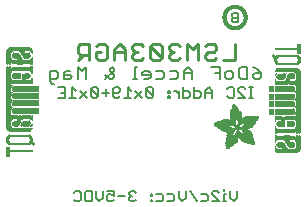
<source format=gbr>
G04 EAGLE Gerber RS-274X export*
G75*
%MOMM*%
%FSLAX34Y34*%
%LPD*%
%INSilkscreen Bottom*%
%IPPOS*%
%AMOC8*
5,1,8,0,0,1.08239X$1,22.5*%
G01*
%ADD10C,0.254000*%
%ADD11C,0.203200*%
%ADD12C,0.127000*%
%ADD13C,0.304800*%
%ADD14R,0.022863X0.462278*%
%ADD15R,0.022863X0.462281*%
%ADD16R,0.022863X0.436881*%
%ADD17R,0.023113X0.462278*%
%ADD18R,0.023113X0.462281*%
%ADD19R,0.023113X0.436881*%
%ADD20R,0.023116X0.462278*%
%ADD21R,0.023116X0.462281*%
%ADD22R,0.023116X0.436881*%
%ADD23R,0.023113X0.022863*%
%ADD24R,0.023116X0.091441*%
%ADD25R,0.023113X0.139700*%
%ADD26R,0.023116X0.185419*%
%ADD27R,0.023113X0.254000*%
%ADD28R,0.023113X0.299719*%
%ADD29R,0.023116X0.345438*%
%ADD30R,0.023113X0.391159*%
%ADD31R,0.023116X0.393700*%
%ADD32R,0.022863X0.325119*%
%ADD33R,0.022863X0.599438*%
%ADD34R,0.022863X0.622300*%
%ADD35R,0.022863X0.530859*%
%ADD36R,0.022863X0.439422*%
%ADD37R,0.022863X0.231138*%
%ADD38R,0.022863X0.071119*%
%ADD39R,0.022863X0.533400*%
%ADD40R,0.022863X0.208281*%
%ADD41R,0.023113X0.345441*%
%ADD42R,0.023113X0.576578*%
%ADD43R,0.023113X0.599438*%
%ADD44R,0.023113X0.508000*%
%ADD45R,0.023113X0.416563*%
%ADD46R,0.023113X0.208278*%
%ADD47R,0.023113X0.553722*%
%ADD48R,0.023113X0.208281*%
%ADD49R,0.023116X0.345441*%
%ADD50R,0.023116X0.530859*%
%ADD51R,0.023116X0.370841*%
%ADD52R,0.023116X0.162559*%
%ADD53R,0.023116X0.576581*%
%ADD54R,0.023116X0.208281*%
%ADD55R,0.023113X0.322578*%
%ADD56R,0.023113X0.485137*%
%ADD57R,0.023113X0.416559*%
%ADD58R,0.023113X0.347981*%
%ADD59R,0.023113X0.116838*%
%ADD60R,0.023113X0.647700*%
%ADD61R,0.023116X0.322581*%
%ADD62R,0.023116X0.485137*%
%ADD63R,0.023116X0.093978*%
%ADD64R,0.023116X0.231141*%
%ADD65R,0.023116X0.693419*%
%ADD66R,0.023113X0.322581*%
%ADD67R,0.023113X0.439419*%
%ADD68R,0.023113X0.370841*%
%ADD69R,0.023113X0.299722*%
%ADD70R,0.023113X0.045719*%
%ADD71R,0.023113X0.739138*%
%ADD72R,0.023113X0.414019*%
%ADD73R,0.023113X0.347978*%
%ADD74R,0.023113X0.762000*%
%ADD75R,0.023116X0.414019*%
%ADD76R,0.023116X0.182881*%
%ADD77R,0.023116X0.347978*%
%ADD78R,0.023116X0.276863*%
%ADD79R,0.023116X0.116841*%
%ADD80R,0.023116X0.276859*%
%ADD81R,0.023116X0.784863*%
%ADD82R,0.023113X0.325119*%
%ADD83R,0.023113X0.276863*%
%ADD84R,0.023113X0.276859*%
%ADD85R,0.023116X0.325119*%
%ADD86R,0.023116X0.391159*%
%ADD87R,0.023116X0.302259*%
%ADD88R,0.023116X0.254000*%
%ADD89R,0.023113X0.302259*%
%ADD90R,0.023113X0.393700*%
%ADD91R,0.023113X0.231141*%
%ADD92R,0.022863X0.302259*%
%ADD93R,0.022863X0.439419*%
%ADD94R,0.022863X0.368300*%
%ADD95R,0.022863X0.391159*%
%ADD96R,0.022863X0.416559*%
%ADD97R,0.022863X0.276863*%
%ADD98R,0.022863X0.205741*%
%ADD99R,0.023113X0.368300*%
%ADD100R,0.023113X0.205741*%
%ADD101R,0.023116X0.368300*%
%ADD102R,0.023116X0.205741*%
%ADD103R,0.023113X0.182881*%
%ADD104R,0.022863X0.276859*%
%ADD105R,0.022863X0.182881*%
%ADD106R,0.023113X0.924559*%
%ADD107R,0.023116X0.924559*%
%ADD108R,0.023113X0.901700*%
%ADD109R,0.023116X0.901700*%
%ADD110R,0.023113X0.878841*%
%ADD111R,0.023116X0.855981*%
%ADD112R,0.023113X0.833119*%
%ADD113R,0.022863X0.787400*%
%ADD114R,0.022863X0.414019*%
%ADD115R,0.022863X0.924559*%
%ADD116R,0.023113X0.739141*%
%ADD117R,0.023116X0.716281*%
%ADD118R,0.023116X0.299722*%
%ADD119R,0.023113X0.670559*%
%ADD120R,0.023116X0.647700*%
%ADD121R,0.023116X0.508000*%
%ADD122R,0.023116X0.299719*%
%ADD123R,0.023113X0.601981*%
%ADD124R,0.023113X0.530859*%
%ADD125R,0.023113X0.231138*%
%ADD126R,0.023113X0.556259*%
%ADD127R,0.023113X0.185419*%
%ADD128R,0.023116X0.533400*%
%ADD129R,0.023116X0.599438*%
%ADD130R,0.023116X0.416563*%
%ADD131R,0.023116X0.116838*%
%ADD132R,0.023113X0.485141*%
%ADD133R,0.023113X0.645159*%
%ADD134R,0.023113X0.716278*%
%ADD135R,0.022863X0.393700*%
%ADD136R,0.022863X0.762000*%
%ADD137R,0.022863X0.624841*%
%ADD138R,0.023113X0.784859*%
%ADD139R,0.023113X0.693422*%
%ADD140R,0.023116X0.830578*%
%ADD141R,0.023116X0.739141*%
%ADD142R,0.023113X0.876300*%
%ADD143R,0.023113X0.807722*%
%ADD144R,0.023116X0.899159*%
%ADD145R,0.023116X0.878841*%
%ADD146R,0.023113X0.922019*%
%ADD147R,0.023113X0.947419*%
%ADD148R,0.023116X0.970278*%
%ADD149R,0.023113X0.970278*%
%ADD150R,0.023116X0.439419*%
%ADD151R,0.022863X0.299722*%
%ADD152R,0.023116X0.416559*%
%ADD153R,0.023116X0.347981*%
%ADD154R,0.023113X0.137159*%
%ADD155R,0.023113X0.093978*%
%ADD156R,0.023113X0.091441*%
%ADD157R,0.023113X0.093981*%
%ADD158R,0.023113X0.114300*%
%ADD159R,0.023116X0.045719*%
%ADD160R,0.023116X0.045722*%
%ADD161R,0.023113X0.071119*%
%ADD162R,0.023113X0.116841*%
%ADD163R,0.023116X0.139700*%
%ADD164R,0.022863X0.322581*%
%ADD165R,0.022863X0.345441*%
%ADD166R,0.022863X0.162559*%
%ADD167R,0.022863X0.576581*%
%ADD168R,0.023113X0.668019*%
%ADD169R,0.023113X0.533400*%
%ADD170R,0.023116X1.455419*%
%ADD171R,0.023116X5.519419*%
%ADD172R,0.023113X1.455419*%
%ADD173R,0.023113X5.519419*%
%ADD174R,0.023116X5.494019*%
%ADD175R,0.023113X1.430019*%
%ADD176R,0.023113X5.494019*%
%ADD177R,0.023116X1.430019*%
%ADD178R,0.023116X5.471159*%
%ADD179R,0.023116X0.762000*%
%ADD180R,0.023113X1.407159*%
%ADD181R,0.023113X5.471159*%
%ADD182R,0.022863X1.384300*%
%ADD183R,0.022863X5.448300*%
%ADD184R,0.022863X0.716278*%
%ADD185R,0.022863X0.878841*%
%ADD186R,0.023113X1.361438*%
%ADD187R,0.023113X5.425438*%
%ADD188R,0.023116X1.338578*%
%ADD189R,0.023116X5.402578*%
%ADD190R,0.023116X0.624841*%
%ADD191R,0.023113X1.292859*%
%ADD192R,0.023113X5.356859*%
%ADD193R,0.023116X1.224278*%
%ADD194R,0.023116X5.288278*%
%ADD195R,0.050800X0.006300*%
%ADD196R,0.082600X0.006400*%
%ADD197R,0.120600X0.006300*%
%ADD198R,0.139700X0.006400*%
%ADD199R,0.158800X0.006300*%
%ADD200R,0.177800X0.006400*%
%ADD201R,0.196800X0.006300*%
%ADD202R,0.215900X0.006400*%
%ADD203R,0.228600X0.006300*%
%ADD204R,0.241300X0.006400*%
%ADD205R,0.254000X0.006300*%
%ADD206R,0.266700X0.006400*%
%ADD207R,0.279400X0.006300*%
%ADD208R,0.285700X0.006400*%
%ADD209R,0.298400X0.006300*%
%ADD210R,0.311200X0.006400*%
%ADD211R,0.317500X0.006300*%
%ADD212R,0.330200X0.006400*%
%ADD213R,0.336600X0.006300*%
%ADD214R,0.349200X0.006400*%
%ADD215R,0.361900X0.006300*%
%ADD216R,0.368300X0.006400*%
%ADD217R,0.381000X0.006300*%
%ADD218R,0.387300X0.006400*%
%ADD219R,0.393700X0.006300*%
%ADD220R,0.406400X0.006400*%
%ADD221R,0.412700X0.006300*%
%ADD222R,0.419100X0.006400*%
%ADD223R,0.431800X0.006300*%
%ADD224R,0.438100X0.006400*%
%ADD225R,0.450800X0.006300*%
%ADD226R,0.457200X0.006400*%
%ADD227R,0.463500X0.006300*%
%ADD228R,0.476200X0.006400*%
%ADD229R,0.482600X0.006300*%
%ADD230R,0.488900X0.006400*%
%ADD231R,0.501600X0.006300*%
%ADD232R,0.508000X0.006400*%
%ADD233R,0.514300X0.006300*%
%ADD234R,0.527000X0.006400*%
%ADD235R,0.533400X0.006300*%
%ADD236R,0.546100X0.006400*%
%ADD237R,0.552400X0.006300*%
%ADD238R,0.558800X0.006400*%
%ADD239R,0.571500X0.006300*%
%ADD240R,0.577800X0.006400*%
%ADD241R,0.584200X0.006300*%
%ADD242R,0.596900X0.006400*%
%ADD243R,0.603200X0.006300*%
%ADD244R,0.609600X0.006400*%
%ADD245R,0.622300X0.006300*%
%ADD246R,0.628600X0.006400*%
%ADD247R,0.641300X0.006300*%
%ADD248R,0.647700X0.006400*%
%ADD249R,0.063500X0.006300*%
%ADD250R,0.654000X0.006300*%
%ADD251R,0.101600X0.006400*%
%ADD252R,0.666700X0.006400*%
%ADD253R,0.139700X0.006300*%
%ADD254R,0.673100X0.006300*%
%ADD255R,0.165100X0.006400*%
%ADD256R,0.679400X0.006400*%
%ADD257R,0.196900X0.006300*%
%ADD258R,0.692100X0.006300*%
%ADD259R,0.222200X0.006400*%
%ADD260R,0.698500X0.006400*%
%ADD261R,0.247700X0.006300*%
%ADD262R,0.704800X0.006300*%
%ADD263R,0.279400X0.006400*%
%ADD264R,0.717500X0.006400*%
%ADD265R,0.298500X0.006300*%
%ADD266R,0.723900X0.006300*%
%ADD267R,0.736600X0.006400*%
%ADD268R,0.342900X0.006300*%
%ADD269R,0.742900X0.006300*%
%ADD270R,0.374700X0.006400*%
%ADD271R,0.749300X0.006400*%
%ADD272R,0.762000X0.006300*%
%ADD273R,0.412700X0.006400*%
%ADD274R,0.768300X0.006400*%
%ADD275R,0.438100X0.006300*%
%ADD276R,0.774700X0.006300*%
%ADD277R,0.463600X0.006400*%
%ADD278R,0.787400X0.006400*%
%ADD279R,0.793700X0.006300*%
%ADD280R,0.495300X0.006400*%
%ADD281R,0.800100X0.006400*%
%ADD282R,0.520700X0.006300*%
%ADD283R,0.812800X0.006300*%
%ADD284R,0.533400X0.006400*%
%ADD285R,0.819100X0.006400*%
%ADD286R,0.558800X0.006300*%
%ADD287R,0.825500X0.006300*%
%ADD288R,0.577900X0.006400*%
%ADD289R,0.831800X0.006400*%
%ADD290R,0.596900X0.006300*%
%ADD291R,0.844500X0.006300*%
%ADD292R,0.616000X0.006400*%
%ADD293R,0.850900X0.006400*%
%ADD294R,0.635000X0.006300*%
%ADD295R,0.857200X0.006300*%
%ADD296R,0.654100X0.006400*%
%ADD297R,0.863600X0.006400*%
%ADD298R,0.666700X0.006300*%
%ADD299R,0.869900X0.006300*%
%ADD300R,0.685800X0.006400*%
%ADD301R,0.876300X0.006400*%
%ADD302R,0.882600X0.006300*%
%ADD303R,0.723900X0.006400*%
%ADD304R,0.889000X0.006400*%
%ADD305R,0.895300X0.006300*%
%ADD306R,0.755700X0.006400*%
%ADD307R,0.901700X0.006400*%
%ADD308R,0.908000X0.006300*%
%ADD309R,0.793800X0.006400*%
%ADD310R,0.914400X0.006400*%
%ADD311R,0.806400X0.006300*%
%ADD312R,0.920700X0.006300*%
%ADD313R,0.825500X0.006400*%
%ADD314R,0.927100X0.006400*%
%ADD315R,0.933400X0.006300*%
%ADD316R,0.857300X0.006400*%
%ADD317R,0.939800X0.006400*%
%ADD318R,0.870000X0.006300*%
%ADD319R,0.939800X0.006300*%
%ADD320R,0.946100X0.006400*%
%ADD321R,0.952500X0.006300*%
%ADD322R,0.908000X0.006400*%
%ADD323R,0.958800X0.006400*%
%ADD324R,0.965200X0.006300*%
%ADD325R,0.965200X0.006400*%
%ADD326R,0.971500X0.006300*%
%ADD327R,0.952500X0.006400*%
%ADD328R,0.977900X0.006400*%
%ADD329R,0.958800X0.006300*%
%ADD330R,0.984200X0.006300*%
%ADD331R,0.971500X0.006400*%
%ADD332R,0.984200X0.006400*%
%ADD333R,0.990600X0.006300*%
%ADD334R,0.984300X0.006400*%
%ADD335R,0.996900X0.006400*%
%ADD336R,0.997000X0.006300*%
%ADD337R,0.996900X0.006300*%
%ADD338R,1.003300X0.006400*%
%ADD339R,1.016000X0.006300*%
%ADD340R,1.009600X0.006300*%
%ADD341R,1.016000X0.006400*%
%ADD342R,1.009600X0.006400*%
%ADD343R,1.022300X0.006300*%
%ADD344R,1.028700X0.006400*%
%ADD345R,1.035100X0.006300*%
%ADD346R,1.047800X0.006400*%
%ADD347R,1.054100X0.006300*%
%ADD348R,1.028700X0.006300*%
%ADD349R,1.054100X0.006400*%
%ADD350R,1.035000X0.006400*%
%ADD351R,1.060400X0.006300*%
%ADD352R,1.035000X0.006300*%
%ADD353R,1.060500X0.006400*%
%ADD354R,1.041400X0.006400*%
%ADD355R,1.066800X0.006300*%
%ADD356R,1.041400X0.006300*%
%ADD357R,1.079500X0.006400*%
%ADD358R,1.047700X0.006400*%
%ADD359R,1.085900X0.006300*%
%ADD360R,1.047700X0.006300*%
%ADD361R,1.085800X0.006400*%
%ADD362R,1.092200X0.006300*%
%ADD363R,1.085900X0.006400*%
%ADD364R,1.098600X0.006300*%
%ADD365R,1.098600X0.006400*%
%ADD366R,1.060400X0.006400*%
%ADD367R,1.104900X0.006300*%
%ADD368R,1.104900X0.006400*%
%ADD369R,1.066800X0.006400*%
%ADD370R,1.111200X0.006300*%
%ADD371R,1.117600X0.006400*%
%ADD372R,1.117600X0.006300*%
%ADD373R,1.073100X0.006300*%
%ADD374R,1.073100X0.006400*%
%ADD375R,1.124000X0.006300*%
%ADD376R,1.079500X0.006300*%
%ADD377R,1.123900X0.006400*%
%ADD378R,1.130300X0.006300*%
%ADD379R,1.130300X0.006400*%
%ADD380R,1.136700X0.006400*%
%ADD381R,1.136700X0.006300*%
%ADD382R,1.085800X0.006300*%
%ADD383R,1.136600X0.006400*%
%ADD384R,1.136600X0.006300*%
%ADD385R,1.143000X0.006400*%
%ADD386R,1.143000X0.006300*%
%ADD387R,1.149400X0.006300*%
%ADD388R,1.149300X0.006300*%
%ADD389R,1.149300X0.006400*%
%ADD390R,1.149400X0.006400*%
%ADD391R,1.155700X0.006400*%
%ADD392R,1.155700X0.006300*%
%ADD393R,1.060500X0.006300*%
%ADD394R,2.197100X0.006400*%
%ADD395R,2.197100X0.006300*%
%ADD396R,2.184400X0.006300*%
%ADD397R,2.184400X0.006400*%
%ADD398R,2.171700X0.006400*%
%ADD399R,2.171700X0.006300*%
%ADD400R,1.530300X0.006400*%
%ADD401R,1.505000X0.006300*%
%ADD402R,1.492300X0.006400*%
%ADD403R,1.485900X0.006300*%
%ADD404R,0.565200X0.006300*%
%ADD405R,1.473200X0.006400*%
%ADD406R,0.565200X0.006400*%
%ADD407R,1.460500X0.006300*%
%ADD408R,1.454100X0.006400*%
%ADD409R,0.552400X0.006400*%
%ADD410R,1.441500X0.006300*%
%ADD411R,0.546100X0.006300*%
%ADD412R,1.435100X0.006400*%
%ADD413R,0.539800X0.006400*%
%ADD414R,1.428800X0.006300*%
%ADD415R,1.422400X0.006400*%
%ADD416R,1.409700X0.006300*%
%ADD417R,0.527100X0.006300*%
%ADD418R,1.403300X0.006400*%
%ADD419R,0.527100X0.006400*%
%ADD420R,1.390700X0.006300*%
%ADD421R,1.384300X0.006400*%
%ADD422R,0.520700X0.006400*%
%ADD423R,1.384300X0.006300*%
%ADD424R,0.514400X0.006300*%
%ADD425R,1.371600X0.006400*%
%ADD426R,1.365200X0.006300*%
%ADD427R,0.508000X0.006300*%
%ADD428R,1.352600X0.006400*%
%ADD429R,0.501700X0.006400*%
%ADD430R,0.711200X0.006300*%
%ADD431R,0.603300X0.006300*%
%ADD432R,0.501700X0.006300*%
%ADD433R,0.692100X0.006400*%
%ADD434R,0.571500X0.006400*%
%ADD435R,0.679400X0.006300*%
%ADD436R,0.495300X0.006300*%
%ADD437R,0.673100X0.006400*%
%ADD438R,0.666800X0.006300*%
%ADD439R,0.488900X0.006300*%
%ADD440R,0.660400X0.006400*%
%ADD441R,0.482600X0.006400*%
%ADD442R,0.476200X0.006300*%
%ADD443R,0.654000X0.006400*%
%ADD444R,0.469900X0.006400*%
%ADD445R,0.476300X0.006400*%
%ADD446R,0.647700X0.006300*%
%ADD447R,0.457200X0.006300*%
%ADD448R,0.469900X0.006300*%
%ADD449R,0.641300X0.006400*%
%ADD450R,0.444500X0.006400*%
%ADD451R,0.463600X0.006300*%
%ADD452R,0.635000X0.006400*%
%ADD453R,0.463500X0.006400*%
%ADD454R,0.393700X0.006400*%
%ADD455R,0.450800X0.006400*%
%ADD456R,0.628600X0.006300*%
%ADD457R,0.387400X0.006300*%
%ADD458R,0.450900X0.006300*%
%ADD459R,0.628700X0.006400*%
%ADD460R,0.374600X0.006400*%
%ADD461R,0.368300X0.006300*%
%ADD462R,0.438200X0.006300*%
%ADD463R,0.622300X0.006400*%
%ADD464R,0.355600X0.006400*%
%ADD465R,0.431800X0.006400*%
%ADD466R,0.349300X0.006300*%
%ADD467R,0.425400X0.006300*%
%ADD468R,0.615900X0.006300*%
%ADD469R,0.330200X0.006300*%
%ADD470R,0.419100X0.006300*%
%ADD471R,0.616000X0.006300*%
%ADD472R,0.311200X0.006300*%
%ADD473R,0.406400X0.006300*%
%ADD474R,0.615900X0.006400*%
%ADD475R,0.304800X0.006400*%
%ADD476R,0.158800X0.006400*%
%ADD477R,0.609600X0.006300*%
%ADD478R,0.292100X0.006300*%
%ADD479R,0.235000X0.006300*%
%ADD480R,0.387400X0.006400*%
%ADD481R,0.292100X0.006400*%
%ADD482R,0.336500X0.006300*%
%ADD483R,0.260400X0.006300*%
%ADD484R,0.603300X0.006400*%
%ADD485R,0.260400X0.006400*%
%ADD486R,0.362000X0.006400*%
%ADD487R,0.450900X0.006400*%
%ADD488R,0.355600X0.006300*%
%ADD489R,0.342900X0.006400*%
%ADD490R,0.514300X0.006400*%
%ADD491R,0.234900X0.006300*%
%ADD492R,0.539700X0.006300*%
%ADD493R,0.603200X0.006400*%
%ADD494R,0.234900X0.006400*%
%ADD495R,0.920700X0.006400*%
%ADD496R,0.958900X0.006400*%
%ADD497R,0.215900X0.006300*%
%ADD498R,0.209600X0.006400*%
%ADD499R,0.203200X0.006300*%
%ADD500R,1.003300X0.006300*%
%ADD501R,0.203200X0.006400*%
%ADD502R,0.196900X0.006400*%
%ADD503R,0.190500X0.006300*%
%ADD504R,0.190500X0.006400*%
%ADD505R,0.184200X0.006300*%
%ADD506R,0.590500X0.006400*%
%ADD507R,0.184200X0.006400*%
%ADD508R,0.590500X0.006300*%
%ADD509R,0.177800X0.006300*%
%ADD510R,0.584200X0.006400*%
%ADD511R,1.168400X0.006400*%
%ADD512R,0.171500X0.006300*%
%ADD513R,1.187500X0.006300*%
%ADD514R,1.200100X0.006400*%
%ADD515R,0.577800X0.006300*%
%ADD516R,1.212900X0.006300*%
%ADD517R,1.231900X0.006400*%
%ADD518R,1.250900X0.006300*%
%ADD519R,0.565100X0.006400*%
%ADD520R,0.184100X0.006400*%
%ADD521R,1.263700X0.006400*%
%ADD522R,0.565100X0.006300*%
%ADD523R,1.289100X0.006300*%
%ADD524R,1.314400X0.006400*%
%ADD525R,0.552500X0.006300*%
%ADD526R,1.568500X0.006300*%
%ADD527R,0.552500X0.006400*%
%ADD528R,1.581200X0.006400*%
%ADD529R,1.593800X0.006300*%
%ADD530R,1.606500X0.006400*%
%ADD531R,1.619300X0.006300*%
%ADD532R,0.514400X0.006400*%
%ADD533R,1.638300X0.006400*%
%ADD534R,1.657300X0.006300*%
%ADD535R,2.209800X0.006400*%
%ADD536R,2.425700X0.006300*%
%ADD537R,2.470100X0.006400*%
%ADD538R,2.501900X0.006300*%
%ADD539R,2.533700X0.006400*%
%ADD540R,2.559000X0.006300*%
%ADD541R,2.584500X0.006400*%
%ADD542R,2.609900X0.006300*%
%ADD543R,2.628900X0.006400*%
%ADD544R,2.660600X0.006300*%
%ADD545R,2.673400X0.006400*%
%ADD546R,1.422400X0.006300*%
%ADD547R,1.200200X0.006300*%
%ADD548R,1.365300X0.006300*%
%ADD549R,1.365300X0.006400*%
%ADD550R,1.352500X0.006300*%
%ADD551R,1.098500X0.006300*%
%ADD552R,1.358900X0.006400*%
%ADD553R,1.352600X0.006300*%
%ADD554R,1.358900X0.006300*%
%ADD555R,1.371600X0.006300*%
%ADD556R,1.377900X0.006400*%
%ADD557R,1.397000X0.006400*%
%ADD558R,1.403300X0.006300*%
%ADD559R,0.914400X0.006300*%
%ADD560R,0.876300X0.006300*%
%ADD561R,0.374600X0.006300*%
%ADD562R,1.073200X0.006400*%
%ADD563R,0.374700X0.006300*%
%ADD564R,0.844600X0.006400*%
%ADD565R,0.844600X0.006300*%
%ADD566R,0.831900X0.006400*%
%ADD567R,1.092200X0.006400*%
%ADD568R,0.400000X0.006300*%
%ADD569R,0.819200X0.006400*%
%ADD570R,1.111300X0.006400*%
%ADD571R,0.812800X0.006400*%
%ADD572R,0.800100X0.006300*%
%ADD573R,0.476300X0.006300*%
%ADD574R,1.181100X0.006300*%
%ADD575R,0.501600X0.006400*%
%ADD576R,1.193800X0.006400*%
%ADD577R,0.781000X0.006400*%
%ADD578R,1.238200X0.006400*%
%ADD579R,0.781100X0.006300*%
%ADD580R,1.257300X0.006300*%
%ADD581R,1.295400X0.006400*%
%ADD582R,1.333500X0.006300*%
%ADD583R,0.774700X0.006400*%
%ADD584R,1.866900X0.006400*%
%ADD585R,0.209600X0.006300*%
%ADD586R,1.866900X0.006300*%
%ADD587R,0.768400X0.006400*%
%ADD588R,0.209500X0.006400*%
%ADD589R,1.860600X0.006400*%
%ADD590R,0.762000X0.006400*%
%ADD591R,0.768400X0.006300*%
%ADD592R,1.860600X0.006300*%
%ADD593R,1.860500X0.006400*%
%ADD594R,0.222300X0.006300*%
%ADD595R,1.854200X0.006300*%
%ADD596R,0.235000X0.006400*%
%ADD597R,1.854200X0.006400*%
%ADD598R,0.768300X0.006300*%
%ADD599R,0.260300X0.006400*%
%ADD600R,1.847800X0.006400*%
%ADD601R,0.266700X0.006300*%
%ADD602R,1.847800X0.006300*%
%ADD603R,0.273100X0.006400*%
%ADD604R,1.841500X0.006400*%
%ADD605R,0.285800X0.006300*%
%ADD606R,1.841500X0.006300*%
%ADD607R,0.298500X0.006400*%
%ADD608R,1.835100X0.006400*%
%ADD609R,0.781000X0.006300*%
%ADD610R,0.304800X0.006300*%
%ADD611R,1.835100X0.006300*%
%ADD612R,0.317500X0.006400*%
%ADD613R,1.828800X0.006400*%
%ADD614R,0.787400X0.006300*%
%ADD615R,0.323800X0.006300*%
%ADD616R,1.828800X0.006300*%
%ADD617R,0.793700X0.006400*%
%ADD618R,1.822400X0.006400*%
%ADD619R,0.806500X0.006300*%
%ADD620R,1.822400X0.006300*%
%ADD621R,1.816100X0.006400*%
%ADD622R,0.819100X0.006300*%
%ADD623R,0.387300X0.006300*%
%ADD624R,1.816100X0.006300*%
%ADD625R,1.809800X0.006400*%
%ADD626R,1.803400X0.006300*%
%ADD627R,1.797000X0.006400*%
%ADD628R,0.901700X0.006300*%
%ADD629R,1.797000X0.006300*%
%ADD630R,1.441400X0.006400*%
%ADD631R,1.790700X0.006400*%
%ADD632R,1.447800X0.006300*%
%ADD633R,1.784300X0.006300*%
%ADD634R,1.447800X0.006400*%
%ADD635R,1.784300X0.006400*%
%ADD636R,1.454100X0.006300*%
%ADD637R,1.771700X0.006300*%
%ADD638R,1.460500X0.006400*%
%ADD639R,1.759000X0.006400*%
%ADD640R,1.466800X0.006300*%
%ADD641R,1.752600X0.006300*%
%ADD642R,1.466800X0.006400*%
%ADD643R,1.739900X0.006400*%
%ADD644R,1.473200X0.006300*%
%ADD645R,1.727200X0.006300*%
%ADD646R,1.479500X0.006400*%
%ADD647R,1.714500X0.006400*%
%ADD648R,1.695400X0.006300*%
%ADD649R,1.485900X0.006400*%
%ADD650R,1.682700X0.006400*%
%ADD651R,1.492200X0.006300*%
%ADD652R,1.663700X0.006300*%
%ADD653R,1.498600X0.006400*%
%ADD654R,1.644600X0.006400*%
%ADD655R,1.498600X0.006300*%
%ADD656R,1.619200X0.006300*%
%ADD657R,1.511300X0.006400*%
%ADD658R,1.600200X0.006400*%
%ADD659R,1.517700X0.006300*%
%ADD660R,1.574800X0.006300*%
%ADD661R,1.524000X0.006400*%
%ADD662R,1.555800X0.006400*%
%ADD663R,1.524000X0.006300*%
%ADD664R,1.536700X0.006300*%
%ADD665R,1.530400X0.006400*%
%ADD666R,1.517700X0.006400*%
%ADD667R,1.492300X0.006300*%
%ADD668R,1.549400X0.006400*%
%ADD669R,1.479600X0.006400*%
%ADD670R,1.549400X0.006300*%
%ADD671R,1.555700X0.006400*%
%ADD672R,1.562100X0.006300*%
%ADD673R,0.323900X0.006300*%
%ADD674R,1.568400X0.006400*%
%ADD675R,0.336600X0.006400*%
%ADD676R,1.587500X0.006300*%
%ADD677R,0.971600X0.006300*%
%ADD678R,0.349300X0.006400*%
%ADD679R,1.600200X0.006300*%
%ADD680R,0.920800X0.006300*%
%ADD681R,0.882700X0.006400*%
%ADD682R,1.612900X0.006300*%
%ADD683R,0.362000X0.006300*%
%ADD684R,1.625600X0.006400*%
%ADD685R,1.625600X0.006300*%
%ADD686R,1.644600X0.006300*%
%ADD687R,0.736600X0.006300*%
%ADD688R,0.717600X0.006400*%
%ADD689R,1.657400X0.006300*%
%ADD690R,0.679500X0.006300*%
%ADD691R,1.663700X0.006400*%
%ADD692R,0.400000X0.006400*%
%ADD693R,1.676400X0.006300*%
%ADD694R,1.676400X0.006400*%
%ADD695R,0.425500X0.006400*%
%ADD696R,1.352500X0.006400*%
%ADD697R,0.444500X0.006300*%
%ADD698R,0.361900X0.006400*%
%ADD699R,0.088900X0.006300*%
%ADD700R,1.009700X0.006300*%
%ADD701R,1.009700X0.006400*%
%ADD702R,1.022300X0.006400*%
%ADD703R,1.346200X0.006400*%
%ADD704R,1.346200X0.006300*%
%ADD705R,1.339900X0.006400*%
%ADD706R,1.035100X0.006400*%
%ADD707R,1.339800X0.006300*%
%ADD708R,1.333500X0.006400*%
%ADD709R,1.327200X0.006400*%
%ADD710R,1.320800X0.006300*%
%ADD711R,1.314500X0.006400*%
%ADD712R,1.314400X0.006300*%
%ADD713R,1.301700X0.006400*%
%ADD714R,1.295400X0.006300*%
%ADD715R,1.289000X0.006400*%
%ADD716R,1.276300X0.006300*%
%ADD717R,1.251000X0.006300*%
%ADD718R,1.244600X0.006400*%
%ADD719R,1.231900X0.006300*%
%ADD720R,1.212800X0.006400*%
%ADD721R,1.200100X0.006300*%
%ADD722R,1.187400X0.006400*%
%ADD723R,1.168400X0.006300*%
%ADD724R,1.047800X0.006300*%
%ADD725R,0.977900X0.006300*%
%ADD726R,0.946200X0.006400*%
%ADD727R,0.933400X0.006400*%
%ADD728R,0.895300X0.006400*%
%ADD729R,0.882700X0.006300*%
%ADD730R,0.863600X0.006300*%
%ADD731R,0.857200X0.006400*%
%ADD732R,0.850900X0.006300*%
%ADD733R,0.838200X0.006300*%
%ADD734R,0.806500X0.006400*%
%ADD735R,0.717600X0.006300*%
%ADD736R,0.711200X0.006400*%
%ADD737R,0.641400X0.006400*%
%ADD738R,0.641400X0.006300*%
%ADD739R,0.628700X0.006300*%
%ADD740R,0.590600X0.006300*%
%ADD741R,0.539700X0.006400*%
%ADD742R,0.285700X0.006300*%
%ADD743R,0.222200X0.006300*%
%ADD744R,0.171400X0.006300*%
%ADD745R,0.152400X0.006400*%
%ADD746R,0.133400X0.006300*%


D10*
X195192Y136664D02*
X195192Y122428D01*
X185702Y122428D01*
X172638Y136664D02*
X170266Y134291D01*
X172638Y136664D02*
X177384Y136664D01*
X179756Y134291D01*
X179756Y131919D01*
X177384Y129546D01*
X172638Y129546D01*
X170266Y127173D01*
X170266Y124801D01*
X172638Y122428D01*
X177384Y122428D01*
X179756Y124801D01*
X164320Y122428D02*
X164320Y136664D01*
X159575Y131919D01*
X154829Y136664D01*
X154829Y122428D01*
X148884Y134291D02*
X146511Y136664D01*
X141766Y136664D01*
X139393Y134291D01*
X139393Y131919D01*
X141766Y129546D01*
X144139Y129546D01*
X141766Y129546D02*
X139393Y127173D01*
X139393Y124801D01*
X141766Y122428D01*
X146511Y122428D01*
X148884Y124801D01*
X133448Y124801D02*
X133448Y134291D01*
X131075Y136664D01*
X126330Y136664D01*
X123957Y134291D01*
X123957Y124801D01*
X126330Y122428D01*
X131075Y122428D01*
X133448Y124801D01*
X123957Y134291D01*
X118012Y134291D02*
X115639Y136664D01*
X110894Y136664D01*
X108521Y134291D01*
X108521Y131919D01*
X110894Y129546D01*
X113267Y129546D01*
X110894Y129546D02*
X108521Y127173D01*
X108521Y124801D01*
X110894Y122428D01*
X115639Y122428D01*
X118012Y124801D01*
X102576Y122428D02*
X102576Y131919D01*
X97831Y136664D01*
X93085Y131919D01*
X93085Y122428D01*
X93085Y129546D02*
X102576Y129546D01*
X80022Y136664D02*
X77649Y134291D01*
X80022Y136664D02*
X84767Y136664D01*
X87140Y134291D01*
X87140Y124801D01*
X84767Y122428D01*
X80022Y122428D01*
X77649Y124801D01*
X77649Y129546D01*
X82395Y129546D01*
X71704Y122428D02*
X71704Y136664D01*
X64586Y136664D01*
X62213Y134291D01*
X62213Y129546D01*
X64586Y127173D01*
X71704Y127173D01*
X66958Y127173D02*
X62213Y122428D01*
D11*
X210469Y117103D02*
X214028Y115324D01*
X217587Y111765D01*
X217587Y108206D01*
X215807Y106426D01*
X212248Y106426D01*
X210469Y108206D01*
X210469Y109985D01*
X212248Y111765D01*
X217587Y111765D01*
X205893Y117103D02*
X205893Y106426D01*
X200554Y106426D01*
X198775Y108206D01*
X198775Y115324D01*
X200554Y117103D01*
X205893Y117103D01*
X192420Y106426D02*
X188860Y106426D01*
X187081Y108206D01*
X187081Y111765D01*
X188860Y113544D01*
X192420Y113544D01*
X194199Y111765D01*
X194199Y108206D01*
X192420Y106426D01*
X182505Y106426D02*
X182505Y117103D01*
X175387Y117103D01*
X178946Y111765D02*
X182505Y111765D01*
X159117Y113544D02*
X159117Y106426D01*
X159117Y113544D02*
X155558Y117103D01*
X151999Y113544D01*
X151999Y106426D01*
X151999Y111765D02*
X159117Y111765D01*
X145644Y113544D02*
X140305Y113544D01*
X145644Y113544D02*
X147423Y111765D01*
X147423Y108206D01*
X145644Y106426D01*
X140305Y106426D01*
X133950Y113544D02*
X128611Y113544D01*
X133950Y113544D02*
X135729Y111765D01*
X135729Y108206D01*
X133950Y106426D01*
X128611Y106426D01*
X122256Y106426D02*
X118697Y106426D01*
X122256Y106426D02*
X124035Y108206D01*
X124035Y111765D01*
X122256Y113544D01*
X118697Y113544D01*
X116917Y111765D01*
X116917Y109985D01*
X124035Y109985D01*
X112341Y117103D02*
X110562Y117103D01*
X110562Y106426D01*
X112341Y106426D02*
X108782Y106426D01*
X89292Y106426D02*
X85733Y109985D01*
X89292Y106426D02*
X91072Y106426D01*
X92851Y108206D01*
X92851Y109985D01*
X89292Y113544D01*
X89292Y115324D01*
X91072Y117103D01*
X92851Y115324D01*
X92851Y113544D01*
X85733Y106426D01*
X69463Y106426D02*
X69463Y117103D01*
X65904Y113544D01*
X62345Y117103D01*
X62345Y106426D01*
X55990Y113544D02*
X52431Y113544D01*
X50651Y111765D01*
X50651Y106426D01*
X55990Y106426D01*
X57769Y108206D01*
X55990Y109985D01*
X50651Y109985D01*
X42516Y102867D02*
X40737Y102867D01*
X38957Y104647D01*
X38957Y113544D01*
X44296Y113544D01*
X46075Y111765D01*
X46075Y108206D01*
X44296Y106426D01*
X38957Y106426D01*
D12*
X197309Y12073D02*
X197309Y6141D01*
X194343Y3175D01*
X191377Y6141D01*
X191377Y12073D01*
X187953Y9107D02*
X186470Y9107D01*
X186470Y3175D01*
X184988Y3175D02*
X187953Y3175D01*
X186470Y12073D02*
X186470Y13556D01*
X181717Y3175D02*
X175785Y3175D01*
X181717Y3175D02*
X175785Y9107D01*
X175785Y10590D01*
X177268Y12073D01*
X180234Y12073D01*
X181717Y10590D01*
X170879Y9107D02*
X166430Y9107D01*
X170879Y9107D02*
X172361Y7624D01*
X172361Y4658D01*
X170879Y3175D01*
X166430Y3175D01*
X163006Y3175D02*
X157075Y12073D01*
X153651Y12073D02*
X153651Y6141D01*
X150685Y3175D01*
X147719Y6141D01*
X147719Y12073D01*
X142813Y9107D02*
X138364Y9107D01*
X142813Y9107D02*
X144296Y7624D01*
X144296Y4658D01*
X142813Y3175D01*
X138364Y3175D01*
X133458Y9107D02*
X129009Y9107D01*
X133458Y9107D02*
X134941Y7624D01*
X134941Y4658D01*
X133458Y3175D01*
X129009Y3175D01*
X125585Y9107D02*
X124103Y9107D01*
X124103Y7624D01*
X125585Y7624D01*
X125585Y9107D01*
X125585Y4658D02*
X124103Y4658D01*
X124103Y3175D01*
X125585Y3175D01*
X125585Y4658D01*
X111553Y10590D02*
X110070Y12073D01*
X107104Y12073D01*
X105621Y10590D01*
X105621Y9107D01*
X107104Y7624D01*
X108587Y7624D01*
X107104Y7624D02*
X105621Y6141D01*
X105621Y4658D01*
X107104Y3175D01*
X110070Y3175D01*
X111553Y4658D01*
X102198Y7624D02*
X96266Y7624D01*
X92842Y12073D02*
X86911Y12073D01*
X92842Y12073D02*
X92842Y7624D01*
X89876Y9107D01*
X88394Y9107D01*
X86911Y7624D01*
X86911Y4658D01*
X88394Y3175D01*
X91359Y3175D01*
X92842Y4658D01*
X83487Y6141D02*
X83487Y12073D01*
X83487Y6141D02*
X80521Y3175D01*
X77555Y6141D01*
X77555Y12073D01*
X74132Y12073D02*
X74132Y3175D01*
X69683Y3175D01*
X68200Y4658D01*
X68200Y10590D01*
X69683Y12073D01*
X74132Y12073D01*
X60328Y12073D02*
X58845Y10590D01*
X60328Y12073D02*
X63294Y12073D01*
X64777Y10590D01*
X64777Y4658D01*
X63294Y3175D01*
X60328Y3175D01*
X58845Y4658D01*
X207596Y90805D02*
X210562Y90805D01*
X209079Y90805D02*
X209079Y99703D01*
X210562Y99703D02*
X207596Y99703D01*
X204325Y90805D02*
X198393Y90805D01*
X204325Y90805D02*
X198393Y96737D01*
X198393Y98220D01*
X199876Y99703D01*
X202842Y99703D01*
X204325Y98220D01*
X190521Y99703D02*
X189038Y98220D01*
X190521Y99703D02*
X193487Y99703D01*
X194970Y98220D01*
X194970Y92288D01*
X193487Y90805D01*
X190521Y90805D01*
X189038Y92288D01*
X176259Y90805D02*
X176259Y96737D01*
X173294Y99703D01*
X170328Y96737D01*
X170328Y90805D01*
X170328Y95254D02*
X176259Y95254D01*
X160973Y99703D02*
X160973Y90805D01*
X165421Y90805D01*
X166904Y92288D01*
X166904Y95254D01*
X165421Y96737D01*
X160973Y96737D01*
X151617Y99703D02*
X151617Y90805D01*
X156066Y90805D01*
X157549Y92288D01*
X157549Y95254D01*
X156066Y96737D01*
X151617Y96737D01*
X148194Y96737D02*
X148194Y90805D01*
X148194Y93771D02*
X145228Y96737D01*
X143745Y96737D01*
X140398Y96737D02*
X138915Y96737D01*
X138915Y95254D01*
X140398Y95254D01*
X140398Y96737D01*
X140398Y92288D02*
X138915Y92288D01*
X138915Y90805D01*
X140398Y90805D01*
X140398Y92288D01*
X126365Y92288D02*
X126365Y98220D01*
X124882Y99703D01*
X121916Y99703D01*
X120433Y98220D01*
X120433Y92288D01*
X121916Y90805D01*
X124882Y90805D01*
X126365Y92288D01*
X120433Y98220D01*
X117010Y96737D02*
X111078Y90805D01*
X117010Y90805D02*
X111078Y96737D01*
X107655Y96737D02*
X104689Y99703D01*
X104689Y90805D01*
X107655Y90805D02*
X101723Y90805D01*
X98300Y92288D02*
X96817Y90805D01*
X93851Y90805D01*
X92368Y92288D01*
X92368Y98220D01*
X93851Y99703D01*
X96817Y99703D01*
X98300Y98220D01*
X98300Y96737D01*
X96817Y95254D01*
X92368Y95254D01*
X88944Y95254D02*
X83013Y95254D01*
X85979Y98220D02*
X85979Y92288D01*
X79589Y92288D02*
X79589Y98220D01*
X78106Y99703D01*
X75140Y99703D01*
X73657Y98220D01*
X73657Y92288D01*
X75140Y90805D01*
X78106Y90805D01*
X79589Y92288D01*
X73657Y98220D01*
X70234Y96737D02*
X64302Y90805D01*
X70234Y90805D02*
X64302Y96737D01*
X60879Y96737D02*
X57913Y99703D01*
X57913Y90805D01*
X60879Y90805D02*
X54947Y90805D01*
X51524Y99703D02*
X45592Y99703D01*
X51524Y99703D02*
X51524Y90805D01*
X45592Y90805D01*
X48558Y95254D02*
X51524Y95254D01*
D13*
X186600Y158750D02*
X186603Y158970D01*
X186611Y159191D01*
X186624Y159411D01*
X186643Y159630D01*
X186668Y159849D01*
X186697Y160068D01*
X186732Y160285D01*
X186773Y160502D01*
X186818Y160718D01*
X186869Y160932D01*
X186925Y161145D01*
X186987Y161357D01*
X187053Y161567D01*
X187125Y161775D01*
X187202Y161982D01*
X187284Y162186D01*
X187370Y162389D01*
X187462Y162589D01*
X187559Y162788D01*
X187660Y162983D01*
X187767Y163176D01*
X187878Y163367D01*
X187993Y163554D01*
X188113Y163739D01*
X188238Y163921D01*
X188367Y164099D01*
X188501Y164275D01*
X188638Y164447D01*
X188780Y164615D01*
X188926Y164781D01*
X189076Y164942D01*
X189230Y165100D01*
X189388Y165254D01*
X189549Y165404D01*
X189715Y165550D01*
X189883Y165692D01*
X190055Y165829D01*
X190231Y165963D01*
X190409Y166092D01*
X190591Y166217D01*
X190776Y166337D01*
X190963Y166452D01*
X191154Y166563D01*
X191347Y166670D01*
X191542Y166771D01*
X191741Y166868D01*
X191941Y166960D01*
X192144Y167046D01*
X192348Y167128D01*
X192555Y167205D01*
X192763Y167277D01*
X192973Y167343D01*
X193185Y167405D01*
X193398Y167461D01*
X193612Y167512D01*
X193828Y167557D01*
X194045Y167598D01*
X194262Y167633D01*
X194481Y167662D01*
X194700Y167687D01*
X194919Y167706D01*
X195139Y167719D01*
X195360Y167727D01*
X195580Y167730D01*
X195800Y167727D01*
X196021Y167719D01*
X196241Y167706D01*
X196460Y167687D01*
X196679Y167662D01*
X196898Y167633D01*
X197115Y167598D01*
X197332Y167557D01*
X197548Y167512D01*
X197762Y167461D01*
X197975Y167405D01*
X198187Y167343D01*
X198397Y167277D01*
X198605Y167205D01*
X198812Y167128D01*
X199016Y167046D01*
X199219Y166960D01*
X199419Y166868D01*
X199618Y166771D01*
X199813Y166670D01*
X200006Y166563D01*
X200197Y166452D01*
X200384Y166337D01*
X200569Y166217D01*
X200751Y166092D01*
X200929Y165963D01*
X201105Y165829D01*
X201277Y165692D01*
X201445Y165550D01*
X201611Y165404D01*
X201772Y165254D01*
X201930Y165100D01*
X202084Y164942D01*
X202234Y164781D01*
X202380Y164615D01*
X202522Y164447D01*
X202659Y164275D01*
X202793Y164099D01*
X202922Y163921D01*
X203047Y163739D01*
X203167Y163554D01*
X203282Y163367D01*
X203393Y163176D01*
X203500Y162983D01*
X203601Y162788D01*
X203698Y162589D01*
X203790Y162389D01*
X203876Y162186D01*
X203958Y161982D01*
X204035Y161775D01*
X204107Y161567D01*
X204173Y161357D01*
X204235Y161145D01*
X204291Y160932D01*
X204342Y160718D01*
X204387Y160502D01*
X204428Y160285D01*
X204463Y160068D01*
X204492Y159849D01*
X204517Y159630D01*
X204536Y159411D01*
X204549Y159191D01*
X204557Y158970D01*
X204560Y158750D01*
X204557Y158530D01*
X204549Y158309D01*
X204536Y158089D01*
X204517Y157870D01*
X204492Y157651D01*
X204463Y157432D01*
X204428Y157215D01*
X204387Y156998D01*
X204342Y156782D01*
X204291Y156568D01*
X204235Y156355D01*
X204173Y156143D01*
X204107Y155933D01*
X204035Y155725D01*
X203958Y155518D01*
X203876Y155314D01*
X203790Y155111D01*
X203698Y154911D01*
X203601Y154712D01*
X203500Y154517D01*
X203393Y154324D01*
X203282Y154133D01*
X203167Y153946D01*
X203047Y153761D01*
X202922Y153579D01*
X202793Y153401D01*
X202659Y153225D01*
X202522Y153053D01*
X202380Y152885D01*
X202234Y152719D01*
X202084Y152558D01*
X201930Y152400D01*
X201772Y152246D01*
X201611Y152096D01*
X201445Y151950D01*
X201277Y151808D01*
X201105Y151671D01*
X200929Y151537D01*
X200751Y151408D01*
X200569Y151283D01*
X200384Y151163D01*
X200197Y151048D01*
X200006Y150937D01*
X199813Y150830D01*
X199618Y150729D01*
X199419Y150632D01*
X199219Y150540D01*
X199016Y150454D01*
X198812Y150372D01*
X198605Y150295D01*
X198397Y150223D01*
X198187Y150157D01*
X197975Y150095D01*
X197762Y150039D01*
X197548Y149988D01*
X197332Y149943D01*
X197115Y149902D01*
X196898Y149867D01*
X196679Y149838D01*
X196460Y149813D01*
X196241Y149794D01*
X196021Y149781D01*
X195800Y149773D01*
X195580Y149770D01*
X195360Y149773D01*
X195139Y149781D01*
X194919Y149794D01*
X194700Y149813D01*
X194481Y149838D01*
X194262Y149867D01*
X194045Y149902D01*
X193828Y149943D01*
X193612Y149988D01*
X193398Y150039D01*
X193185Y150095D01*
X192973Y150157D01*
X192763Y150223D01*
X192555Y150295D01*
X192348Y150372D01*
X192144Y150454D01*
X191941Y150540D01*
X191741Y150632D01*
X191542Y150729D01*
X191347Y150830D01*
X191154Y150937D01*
X190963Y151048D01*
X190776Y151163D01*
X190591Y151283D01*
X190409Y151408D01*
X190231Y151537D01*
X190055Y151671D01*
X189883Y151808D01*
X189715Y151950D01*
X189549Y152096D01*
X189388Y152246D01*
X189230Y152400D01*
X189076Y152558D01*
X188926Y152719D01*
X188780Y152885D01*
X188638Y153053D01*
X188501Y153225D01*
X188367Y153401D01*
X188238Y153579D01*
X188113Y153761D01*
X187993Y153946D01*
X187878Y154133D01*
X187767Y154324D01*
X187660Y154517D01*
X187559Y154712D01*
X187462Y154911D01*
X187370Y155111D01*
X187284Y155314D01*
X187202Y155518D01*
X187125Y155725D01*
X187053Y155933D01*
X186987Y156143D01*
X186925Y156355D01*
X186869Y156568D01*
X186818Y156782D01*
X186773Y156998D01*
X186732Y157215D01*
X186697Y157432D01*
X186668Y157651D01*
X186643Y157870D01*
X186624Y158089D01*
X186611Y158309D01*
X186603Y158530D01*
X186600Y158750D01*
D11*
X198120Y154686D02*
X198120Y162821D01*
X194053Y162821D01*
X192697Y161465D01*
X192697Y160109D01*
X194053Y158753D01*
X192697Y157398D01*
X192697Y156042D01*
X194053Y154686D01*
X198120Y154686D01*
X198120Y158753D02*
X194053Y158753D01*
D14*
X224790Y79197D03*
D15*
X224790Y85446D03*
X224790Y91669D03*
D16*
X224790Y98019D03*
D17*
X225020Y79197D03*
D18*
X225020Y85446D03*
X225020Y91669D03*
D19*
X225020Y98019D03*
D20*
X225251Y79197D03*
D21*
X225251Y85446D03*
X225251Y91669D03*
D22*
X225251Y98019D03*
D17*
X225482Y79197D03*
D18*
X225482Y85446D03*
X225482Y91669D03*
D19*
X225482Y98019D03*
D20*
X225713Y79197D03*
D21*
X225713Y85446D03*
X225713Y91669D03*
D22*
X225713Y98019D03*
D17*
X225944Y79197D03*
D18*
X225944Y85446D03*
X225944Y91669D03*
D19*
X225944Y98019D03*
D17*
X226176Y79197D03*
D18*
X226176Y85446D03*
X226176Y91669D03*
D19*
X226176Y98019D03*
D20*
X226407Y79197D03*
D21*
X226407Y85446D03*
X226407Y91669D03*
D22*
X226407Y98019D03*
D17*
X226638Y79197D03*
D18*
X226638Y85446D03*
X226638Y91669D03*
D19*
X226638Y98019D03*
D20*
X226869Y79197D03*
D21*
X226869Y85446D03*
X226869Y91669D03*
D22*
X226869Y98019D03*
D17*
X227100Y79197D03*
D18*
X227100Y85446D03*
X227100Y91669D03*
D19*
X227100Y98019D03*
D14*
X227330Y79197D03*
D15*
X227330Y85446D03*
X227330Y91669D03*
D16*
X227330Y98019D03*
D17*
X227560Y79197D03*
D18*
X227560Y85446D03*
X227560Y91669D03*
D19*
X227560Y98019D03*
D23*
X227560Y126429D03*
D20*
X227791Y79197D03*
D21*
X227791Y85446D03*
X227791Y91669D03*
D22*
X227791Y98019D03*
D24*
X227791Y126314D03*
D17*
X228022Y79197D03*
D18*
X228022Y85446D03*
X228022Y91669D03*
D19*
X228022Y98019D03*
D25*
X228022Y126073D03*
D20*
X228253Y79197D03*
D21*
X228253Y85446D03*
X228253Y91669D03*
D22*
X228253Y98019D03*
D26*
X228253Y126073D03*
D17*
X228484Y79197D03*
D18*
X228484Y85446D03*
X228484Y91669D03*
D19*
X228484Y98019D03*
D27*
X228484Y125959D03*
D17*
X228716Y79197D03*
D18*
X228716Y85446D03*
X228716Y91669D03*
D19*
X228716Y98019D03*
D28*
X228716Y125730D03*
D20*
X228947Y79197D03*
D21*
X228947Y85446D03*
X228947Y91669D03*
D22*
X228947Y98019D03*
D29*
X228947Y125730D03*
D30*
X229178Y125501D03*
D31*
X229409Y125032D03*
D17*
X229640Y124003D03*
D32*
X229870Y48031D03*
D33*
X229870Y55880D03*
D34*
X229870Y63614D03*
D35*
X229870Y72631D03*
D14*
X229870Y79197D03*
D15*
X229870Y85446D03*
X229870Y91669D03*
D16*
X229870Y98019D03*
D36*
X229870Y104254D03*
D37*
X229870Y109919D03*
D38*
X229870Y113030D03*
D39*
X229870Y123190D03*
D40*
X229870Y132436D03*
D41*
X230100Y47676D03*
D42*
X230100Y55994D03*
D43*
X230100Y63500D03*
D44*
X230100Y72746D03*
D17*
X230100Y79197D03*
D18*
X230100Y85446D03*
X230100Y91669D03*
D19*
X230100Y98019D03*
D45*
X230100Y104140D03*
D46*
X230100Y110033D03*
D25*
X230100Y113373D03*
D47*
X230100Y122606D03*
D48*
X230100Y132436D03*
D49*
X230331Y47219D03*
D50*
X230331Y56223D03*
X230331Y63157D03*
D20*
X230331Y72974D03*
X230331Y79197D03*
D21*
X230331Y85446D03*
X230331Y91669D03*
D22*
X230331Y98019D03*
D51*
X230331Y103911D03*
D52*
X230331Y110261D03*
D26*
X230331Y113602D03*
D53*
X230331Y122492D03*
D54*
X230331Y132436D03*
D55*
X230562Y46876D03*
D56*
X230562Y56452D03*
D44*
X230562Y63043D03*
D57*
X230562Y73203D03*
D17*
X230562Y79197D03*
D18*
X230562Y85446D03*
X230562Y91669D03*
D19*
X230562Y98019D03*
D58*
X230562Y103797D03*
D59*
X230562Y110490D03*
D46*
X230562Y113716D03*
D60*
X230562Y122619D03*
D48*
X230562Y132436D03*
D61*
X230793Y46647D03*
D20*
X230793Y56566D03*
D62*
X230793Y62929D03*
D31*
X230793Y73317D03*
D20*
X230793Y79197D03*
D21*
X230793Y85446D03*
X230793Y91669D03*
D22*
X230793Y98019D03*
D61*
X230793Y103670D03*
D63*
X230793Y110604D03*
D64*
X230793Y113830D03*
D65*
X230793Y122619D03*
D54*
X230793Y132436D03*
D66*
X231024Y46419D03*
D67*
X231024Y56680D03*
D17*
X231024Y62814D03*
D68*
X231024Y73431D03*
D17*
X231024Y79197D03*
D18*
X231024Y85446D03*
X231024Y91669D03*
D19*
X231024Y98019D03*
D69*
X231024Y103556D03*
D70*
X231024Y110846D03*
D27*
X231024Y113944D03*
D71*
X231024Y122619D03*
D48*
X231024Y132436D03*
D66*
X231256Y46190D03*
D72*
X231256Y56807D03*
D67*
X231256Y62700D03*
D73*
X231256Y73546D03*
D17*
X231256Y79197D03*
D18*
X231256Y85446D03*
X231256Y91669D03*
D19*
X231256Y98019D03*
D69*
X231256Y103556D03*
D27*
X231256Y113944D03*
D74*
X231256Y122504D03*
D48*
X231256Y132436D03*
D61*
X231487Y46190D03*
D64*
X231487Y51270D03*
D75*
X231487Y56807D03*
X231487Y62573D03*
D76*
X231487Y68351D03*
D77*
X231487Y73546D03*
D20*
X231487Y79197D03*
D21*
X231487Y85446D03*
X231487Y91669D03*
D22*
X231487Y98019D03*
D78*
X231487Y103442D03*
D79*
X231487Y108179D03*
D80*
X231487Y114059D03*
D81*
X231487Y122619D03*
D54*
X231487Y132436D03*
D82*
X231718Y45949D03*
D66*
X231718Y51270D03*
D30*
X231718Y56921D03*
D72*
X231718Y62573D03*
D82*
X231718Y68351D03*
X231718Y73660D03*
D17*
X231718Y79197D03*
D18*
X231718Y85446D03*
X231718Y91669D03*
D19*
X231718Y98019D03*
D83*
X231718Y103442D03*
D84*
X231718Y108293D03*
X231718Y114059D03*
D83*
X231718Y120079D03*
D84*
X231718Y125387D03*
D48*
X231718Y132436D03*
D85*
X231949Y45949D03*
D51*
X231949Y51257D03*
D86*
X231949Y56921D03*
D75*
X231949Y62573D03*
D51*
X231949Y68351D03*
D85*
X231949Y73660D03*
D20*
X231949Y79197D03*
D21*
X231949Y85446D03*
X231949Y91669D03*
D22*
X231949Y98019D03*
D78*
X231949Y103442D03*
D49*
X231949Y108407D03*
D87*
X231949Y114186D03*
D88*
X231949Y119736D03*
D64*
X231949Y125616D03*
D54*
X231949Y132436D03*
D82*
X232180Y45949D03*
D57*
X232180Y51257D03*
D30*
X232180Y56921D03*
X232180Y62459D03*
D57*
X232180Y68351D03*
D89*
X232180Y73774D03*
D17*
X232180Y79197D03*
D18*
X232180Y85446D03*
X232180Y91669D03*
D19*
X232180Y98019D03*
D83*
X232180Y103442D03*
D90*
X232180Y108649D03*
D89*
X232180Y114186D03*
D91*
X232180Y119621D03*
D48*
X232180Y125730D03*
X232180Y132436D03*
D92*
X232410Y45834D03*
D93*
X232410Y51143D03*
D94*
X232410Y57036D03*
D95*
X232410Y62459D03*
D96*
X232410Y68351D03*
D92*
X232410Y73774D03*
D14*
X232410Y79197D03*
D15*
X232410Y85446D03*
X232410Y91669D03*
D16*
X232410Y98019D03*
D97*
X232410Y103442D03*
D93*
X232410Y108649D03*
D92*
X232410Y114186D03*
D98*
X232410Y119494D03*
D40*
X232410Y125730D03*
X232410Y132436D03*
D89*
X232640Y45834D03*
D17*
X232640Y51257D03*
D99*
X232640Y57036D03*
D30*
X232640Y62459D03*
D18*
X232640Y68351D03*
D89*
X232640Y73774D03*
D17*
X232640Y79197D03*
D18*
X232640Y85446D03*
X232640Y91669D03*
D19*
X232640Y98019D03*
D83*
X232640Y103442D03*
D17*
X232640Y108763D03*
D89*
X232640Y114186D03*
D100*
X232640Y119494D03*
D48*
X232640Y125959D03*
X232640Y132436D03*
D87*
X232871Y45834D03*
D20*
X232871Y51257D03*
D101*
X232871Y57036D03*
D86*
X232871Y62459D03*
D21*
X232871Y68351D03*
D87*
X232871Y73774D03*
D20*
X232871Y79197D03*
D21*
X232871Y85446D03*
X232871Y91669D03*
D22*
X232871Y98019D03*
D78*
X232871Y103442D03*
D20*
X232871Y108763D03*
D87*
X232871Y114186D03*
D102*
X232871Y119494D03*
D54*
X232871Y125959D03*
X232871Y132436D03*
D89*
X233102Y45834D03*
D17*
X233102Y51257D03*
D99*
X233102Y57036D03*
X233102Y62344D03*
D18*
X233102Y68351D03*
D89*
X233102Y73774D03*
D17*
X233102Y79197D03*
D18*
X233102Y85446D03*
X233102Y91669D03*
D19*
X233102Y98019D03*
D83*
X233102Y103442D03*
D17*
X233102Y108763D03*
D89*
X233102Y114186D03*
D100*
X233102Y119494D03*
D48*
X233102Y125959D03*
X233102Y132436D03*
D87*
X233333Y45834D03*
D20*
X233333Y51257D03*
D101*
X233333Y57036D03*
X233333Y62344D03*
D21*
X233333Y68351D03*
D87*
X233333Y73774D03*
D20*
X233333Y79197D03*
D21*
X233333Y85446D03*
X233333Y91669D03*
D22*
X233333Y98019D03*
D78*
X233333Y103442D03*
D20*
X233333Y108763D03*
D87*
X233333Y114186D03*
D76*
X233333Y119380D03*
D54*
X233333Y125959D03*
X233333Y132436D03*
D89*
X233564Y45834D03*
D17*
X233564Y51257D03*
D99*
X233564Y57036D03*
X233564Y62344D03*
D18*
X233564Y68351D03*
D89*
X233564Y73774D03*
D17*
X233564Y79197D03*
D18*
X233564Y85446D03*
X233564Y91669D03*
D19*
X233564Y98019D03*
D83*
X233564Y103442D03*
D17*
X233564Y108763D03*
D89*
X233564Y114186D03*
D103*
X233564Y119380D03*
D48*
X233564Y125959D03*
X233564Y132436D03*
D89*
X233796Y45834D03*
D17*
X233796Y51257D03*
D99*
X233796Y57036D03*
X233796Y62344D03*
D18*
X233796Y68351D03*
D84*
X233796Y73901D03*
D17*
X233796Y79197D03*
D18*
X233796Y85446D03*
X233796Y91669D03*
D19*
X233796Y98019D03*
D83*
X233796Y103442D03*
D17*
X233796Y108763D03*
D89*
X233796Y114186D03*
D103*
X233796Y119380D03*
D48*
X233796Y125959D03*
X233796Y132436D03*
D87*
X234027Y45834D03*
D20*
X234027Y51257D03*
D101*
X234027Y57036D03*
X234027Y62344D03*
D21*
X234027Y68351D03*
D80*
X234027Y73901D03*
D20*
X234027Y79197D03*
D21*
X234027Y85446D03*
X234027Y91669D03*
D22*
X234027Y98019D03*
D78*
X234027Y103442D03*
D20*
X234027Y108763D03*
D87*
X234027Y114186D03*
D76*
X234027Y119380D03*
D54*
X234027Y125959D03*
X234027Y132436D03*
D89*
X234258Y45834D03*
D17*
X234258Y51257D03*
D99*
X234258Y57036D03*
X234258Y62344D03*
D18*
X234258Y68351D03*
D84*
X234258Y73901D03*
D17*
X234258Y79197D03*
D18*
X234258Y85446D03*
X234258Y91669D03*
D19*
X234258Y98019D03*
D83*
X234258Y103442D03*
D17*
X234258Y108763D03*
D89*
X234258Y114186D03*
D103*
X234258Y119380D03*
D48*
X234258Y125959D03*
X234258Y132436D03*
D87*
X234489Y45834D03*
D20*
X234489Y51257D03*
D101*
X234489Y57036D03*
X234489Y62344D03*
D21*
X234489Y68351D03*
D80*
X234489Y73901D03*
D20*
X234489Y79197D03*
D21*
X234489Y85446D03*
X234489Y91669D03*
D22*
X234489Y98019D03*
D78*
X234489Y103442D03*
D20*
X234489Y108763D03*
D87*
X234489Y114186D03*
D76*
X234489Y119380D03*
D54*
X234489Y125959D03*
X234489Y132436D03*
D89*
X234720Y45834D03*
D17*
X234720Y51257D03*
D99*
X234720Y57036D03*
X234720Y62344D03*
D18*
X234720Y68351D03*
D84*
X234720Y73901D03*
D17*
X234720Y79197D03*
D18*
X234720Y85446D03*
X234720Y91669D03*
D19*
X234720Y98019D03*
D83*
X234720Y103442D03*
D17*
X234720Y108763D03*
D89*
X234720Y114186D03*
D103*
X234720Y119380D03*
D48*
X234720Y125959D03*
X234720Y132436D03*
D92*
X234950Y45834D03*
D14*
X234950Y51257D03*
D94*
X234950Y57036D03*
X234950Y62344D03*
D15*
X234950Y68351D03*
D104*
X234950Y73901D03*
D14*
X234950Y79197D03*
D15*
X234950Y85446D03*
X234950Y91669D03*
D16*
X234950Y98019D03*
D97*
X234950Y103442D03*
D14*
X234950Y108763D03*
D92*
X234950Y114186D03*
D105*
X234950Y119380D03*
D40*
X234950Y125959D03*
X234950Y132436D03*
D89*
X235180Y45834D03*
D17*
X235180Y51257D03*
D99*
X235180Y57036D03*
X235180Y62344D03*
D18*
X235180Y68351D03*
D84*
X235180Y73901D03*
D17*
X235180Y79197D03*
D18*
X235180Y85446D03*
X235180Y91669D03*
D19*
X235180Y98019D03*
D83*
X235180Y103442D03*
D17*
X235180Y108763D03*
D89*
X235180Y114186D03*
D103*
X235180Y119380D03*
D48*
X235180Y125959D03*
X235180Y132436D03*
D87*
X235411Y45834D03*
D20*
X235411Y51257D03*
D101*
X235411Y57036D03*
X235411Y62344D03*
D21*
X235411Y68351D03*
D80*
X235411Y73901D03*
D20*
X235411Y79197D03*
D21*
X235411Y85446D03*
X235411Y91669D03*
D22*
X235411Y98019D03*
D78*
X235411Y103442D03*
D20*
X235411Y108763D03*
D87*
X235411Y114186D03*
D76*
X235411Y119380D03*
D54*
X235411Y125959D03*
X235411Y132436D03*
D89*
X235642Y45834D03*
D17*
X235642Y51257D03*
D99*
X235642Y57036D03*
X235642Y62344D03*
D106*
X235642Y70663D03*
D17*
X235642Y79197D03*
D18*
X235642Y85446D03*
X235642Y91669D03*
D19*
X235642Y98019D03*
D83*
X235642Y103442D03*
D17*
X235642Y108763D03*
D89*
X235642Y114186D03*
D103*
X235642Y119380D03*
D48*
X235642Y125959D03*
X235642Y132436D03*
D87*
X235873Y45834D03*
D20*
X235873Y51257D03*
D101*
X235873Y57036D03*
X235873Y62344D03*
D107*
X235873Y70663D03*
D20*
X235873Y79197D03*
D21*
X235873Y85446D03*
X235873Y91669D03*
D22*
X235873Y98019D03*
D78*
X235873Y103442D03*
D20*
X235873Y108763D03*
D87*
X235873Y114186D03*
D76*
X235873Y119380D03*
D54*
X235873Y125959D03*
X235873Y132436D03*
D89*
X236104Y45834D03*
D67*
X236104Y51143D03*
D99*
X236104Y57036D03*
X236104Y62344D03*
D106*
X236104Y70663D03*
D17*
X236104Y79197D03*
D18*
X236104Y85446D03*
X236104Y91669D03*
D19*
X236104Y98019D03*
D83*
X236104Y103442D03*
D17*
X236104Y108763D03*
D89*
X236104Y114186D03*
D103*
X236104Y119380D03*
D48*
X236104Y125959D03*
X236104Y132436D03*
D108*
X236336Y48832D03*
D99*
X236336Y57036D03*
X236336Y62344D03*
D106*
X236336Y70663D03*
D17*
X236336Y79197D03*
D18*
X236336Y85446D03*
X236336Y91669D03*
D19*
X236336Y98019D03*
D83*
X236336Y103442D03*
D17*
X236336Y108763D03*
D89*
X236336Y114186D03*
D103*
X236336Y119380D03*
D48*
X236336Y125959D03*
X236336Y132436D03*
D109*
X236567Y48832D03*
D101*
X236567Y57036D03*
X236567Y62344D03*
D107*
X236567Y70663D03*
D20*
X236567Y79197D03*
D21*
X236567Y85446D03*
X236567Y91669D03*
D22*
X236567Y98019D03*
D78*
X236567Y103442D03*
D20*
X236567Y108763D03*
D87*
X236567Y114186D03*
D76*
X236567Y119380D03*
D54*
X236567Y125959D03*
X236567Y132436D03*
D110*
X236798Y48717D03*
D30*
X236798Y56921D03*
D99*
X236798Y62344D03*
D106*
X236798Y70663D03*
D17*
X236798Y79197D03*
D18*
X236798Y85446D03*
X236798Y91669D03*
D19*
X236798Y98019D03*
D83*
X236798Y103442D03*
D17*
X236798Y108763D03*
D89*
X236798Y114186D03*
D103*
X236798Y119380D03*
D48*
X236798Y125959D03*
X236798Y132436D03*
D111*
X237029Y48603D03*
D86*
X237029Y56921D03*
D101*
X237029Y62344D03*
D107*
X237029Y70663D03*
D20*
X237029Y79197D03*
D21*
X237029Y85446D03*
X237029Y91669D03*
D22*
X237029Y98019D03*
D78*
X237029Y103442D03*
D20*
X237029Y108763D03*
D87*
X237029Y114186D03*
D76*
X237029Y119380D03*
D54*
X237029Y125959D03*
X237029Y132436D03*
D112*
X237260Y48489D03*
D72*
X237260Y56807D03*
D99*
X237260Y62344D03*
D106*
X237260Y70663D03*
D17*
X237260Y79197D03*
D18*
X237260Y85446D03*
X237260Y91669D03*
D19*
X237260Y98019D03*
D83*
X237260Y103442D03*
D67*
X237260Y108877D03*
D89*
X237260Y114186D03*
D103*
X237260Y119380D03*
D48*
X237260Y125959D03*
X237260Y132436D03*
D113*
X237490Y48260D03*
D114*
X237490Y56807D03*
D94*
X237490Y62344D03*
D115*
X237490Y70663D03*
D14*
X237490Y79197D03*
D15*
X237490Y85446D03*
X237490Y91669D03*
D16*
X237490Y98019D03*
D97*
X237490Y103442D03*
D93*
X237490Y108877D03*
D92*
X237490Y114186D03*
D105*
X237490Y119380D03*
D40*
X237490Y125959D03*
X237490Y132436D03*
D116*
X237720Y48019D03*
D67*
X237720Y56680D03*
D99*
X237720Y62344D03*
D106*
X237720Y70663D03*
D17*
X237720Y79197D03*
D18*
X237720Y85446D03*
X237720Y91669D03*
D19*
X237720Y98019D03*
D69*
X237720Y103556D03*
D57*
X237720Y108991D03*
D89*
X237720Y114186D03*
D103*
X237720Y119380D03*
D48*
X237720Y125959D03*
X237720Y132436D03*
D117*
X237951Y47904D03*
D20*
X237951Y56566D03*
D101*
X237951Y62344D03*
D107*
X237951Y70663D03*
D20*
X237951Y79197D03*
D21*
X237951Y85446D03*
X237951Y91669D03*
D22*
X237951Y98019D03*
D118*
X237951Y103556D03*
D31*
X237951Y109106D03*
D87*
X237951Y114186D03*
D76*
X237951Y119380D03*
D54*
X237951Y125959D03*
X237951Y132436D03*
D119*
X238182Y47676D03*
D56*
X238182Y56452D03*
D99*
X238182Y62344D03*
D106*
X238182Y70663D03*
D17*
X238182Y79197D03*
D18*
X238182Y85446D03*
X238182Y91669D03*
D19*
X238182Y98019D03*
D66*
X238182Y103670D03*
D73*
X238182Y109334D03*
D89*
X238182Y114186D03*
D103*
X238182Y119380D03*
D48*
X238182Y125959D03*
X238182Y132436D03*
D120*
X238413Y47562D03*
D121*
X238413Y56337D03*
D101*
X238413Y62344D03*
D80*
X238413Y73901D03*
D20*
X238413Y79197D03*
D21*
X238413Y85446D03*
X238413Y91669D03*
D22*
X238413Y98019D03*
D61*
X238413Y103670D03*
D122*
X238413Y109576D03*
D87*
X238413Y114186D03*
D76*
X238413Y119380D03*
D54*
X238413Y125959D03*
X238413Y132436D03*
D123*
X238644Y47333D03*
D124*
X238644Y56223D03*
D99*
X238644Y62344D03*
D84*
X238644Y73901D03*
D17*
X238644Y79197D03*
D18*
X238644Y85446D03*
X238644Y91669D03*
D19*
X238644Y98019D03*
D58*
X238644Y103797D03*
D125*
X238644Y109919D03*
D89*
X238644Y114186D03*
D103*
X238644Y119380D03*
D48*
X238644Y125959D03*
X238644Y132436D03*
D126*
X238876Y47104D03*
D42*
X238876Y55994D03*
D99*
X238876Y62344D03*
D84*
X238876Y73901D03*
D17*
X238876Y79197D03*
D18*
X238876Y85446D03*
X238876Y91669D03*
D19*
X238876Y98019D03*
D68*
X238876Y103911D03*
D127*
X238876Y110147D03*
D89*
X238876Y114186D03*
D103*
X238876Y119380D03*
D48*
X238876Y125959D03*
X238876Y132436D03*
D128*
X239107Y46990D03*
D129*
X239107Y55880D03*
D101*
X239107Y62344D03*
D80*
X239107Y73901D03*
D20*
X239107Y79197D03*
D21*
X239107Y85446D03*
X239107Y91669D03*
D22*
X239107Y98019D03*
D130*
X239107Y104140D03*
D131*
X239107Y110490D03*
D87*
X239107Y114186D03*
D76*
X239107Y119380D03*
D54*
X239107Y125959D03*
X239107Y132436D03*
D132*
X239338Y46749D03*
D133*
X239338Y55651D03*
D99*
X239338Y62344D03*
D84*
X239338Y73901D03*
D17*
X239338Y79197D03*
D18*
X239338Y85446D03*
X239338Y91669D03*
D19*
X239338Y98019D03*
D18*
X239338Y104369D03*
D70*
X239338Y110846D03*
D89*
X239338Y114186D03*
D103*
X239338Y119380D03*
D48*
X239338Y125959D03*
X239338Y132436D03*
D21*
X239569Y46634D03*
D65*
X239569Y55410D03*
D101*
X239569Y62344D03*
D80*
X239569Y73901D03*
D20*
X239569Y79197D03*
D21*
X239569Y85446D03*
X239569Y91669D03*
D22*
X239569Y98019D03*
D121*
X239569Y104597D03*
D87*
X239569Y114186D03*
D76*
X239569Y119380D03*
D54*
X239569Y125959D03*
X239569Y132436D03*
D57*
X239800Y46406D03*
D134*
X239800Y55296D03*
D99*
X239800Y62344D03*
D84*
X239800Y73901D03*
D17*
X239800Y79197D03*
D18*
X239800Y85446D03*
X239800Y91669D03*
D19*
X239800Y98019D03*
D47*
X239800Y104826D03*
D89*
X239800Y114186D03*
D103*
X239800Y119380D03*
D48*
X239800Y125959D03*
X239800Y132436D03*
D135*
X240030Y46292D03*
D136*
X240030Y55067D03*
D94*
X240030Y62344D03*
D15*
X240030Y68351D03*
D104*
X240030Y73901D03*
D14*
X240030Y79197D03*
D15*
X240030Y85446D03*
X240030Y91669D03*
D16*
X240030Y98019D03*
D137*
X240030Y105181D03*
D92*
X240030Y114186D03*
D105*
X240030Y119380D03*
D40*
X240030Y125959D03*
X240030Y132436D03*
D68*
X240260Y46177D03*
D138*
X240260Y54953D03*
D99*
X240260Y62344D03*
D18*
X240260Y68351D03*
D84*
X240260Y73901D03*
D17*
X240260Y79197D03*
D18*
X240260Y85446D03*
X240260Y91669D03*
D19*
X240260Y98019D03*
D139*
X240260Y105524D03*
D89*
X240260Y114186D03*
D103*
X240260Y119380D03*
D48*
X240260Y125959D03*
X240260Y132436D03*
D51*
X240491Y46177D03*
D140*
X240491Y54724D03*
D101*
X240491Y62344D03*
D21*
X240491Y68351D03*
D80*
X240491Y73901D03*
D20*
X240491Y79197D03*
D21*
X240491Y85446D03*
X240491Y91669D03*
D22*
X240491Y98019D03*
D141*
X240491Y105753D03*
D87*
X240491Y114186D03*
D76*
X240491Y119380D03*
D54*
X240491Y125959D03*
X240491Y132436D03*
D58*
X240722Y46063D03*
D142*
X240722Y54496D03*
D99*
X240722Y62344D03*
D18*
X240722Y68351D03*
D84*
X240722Y73901D03*
D17*
X240722Y79197D03*
D18*
X240722Y85446D03*
X240722Y91669D03*
D19*
X240722Y98019D03*
D143*
X240722Y106096D03*
D89*
X240722Y114186D03*
D103*
X240722Y119380D03*
D48*
X240722Y125959D03*
X240722Y132436D03*
D85*
X240953Y45949D03*
D144*
X240953Y54381D03*
D101*
X240953Y62344D03*
D21*
X240953Y68351D03*
D80*
X240953Y73901D03*
D20*
X240953Y79197D03*
D21*
X240953Y85446D03*
X240953Y91669D03*
D22*
X240953Y98019D03*
D145*
X240953Y106451D03*
D87*
X240953Y114186D03*
D76*
X240953Y119380D03*
D54*
X240953Y125959D03*
X240953Y132436D03*
D82*
X241184Y45949D03*
D146*
X241184Y54267D03*
D99*
X241184Y62344D03*
D18*
X241184Y68351D03*
D84*
X241184Y73901D03*
D17*
X241184Y79197D03*
D18*
X241184Y85446D03*
X241184Y91669D03*
D19*
X241184Y98019D03*
D108*
X241184Y106566D03*
D89*
X241184Y114186D03*
D103*
X241184Y119380D03*
D48*
X241184Y125959D03*
X241184Y132436D03*
D82*
X241416Y45949D03*
D147*
X241416Y54140D03*
D99*
X241416Y62344D03*
D18*
X241416Y68351D03*
D84*
X241416Y73901D03*
D17*
X241416Y79197D03*
D18*
X241416Y85446D03*
X241416Y91669D03*
D19*
X241416Y98019D03*
D108*
X241416Y106566D03*
D89*
X241416Y114186D03*
D103*
X241416Y119380D03*
D48*
X241416Y125959D03*
X241416Y132436D03*
D87*
X241647Y45834D03*
D148*
X241647Y54026D03*
D101*
X241647Y62344D03*
D21*
X241647Y68351D03*
D80*
X241647Y73901D03*
D20*
X241647Y79197D03*
D21*
X241647Y85446D03*
X241647Y91669D03*
D22*
X241647Y98019D03*
D109*
X241647Y106566D03*
D87*
X241647Y114186D03*
D76*
X241647Y119380D03*
D54*
X241647Y125959D03*
X241647Y132436D03*
D89*
X241878Y45834D03*
D149*
X241878Y54026D03*
D99*
X241878Y62344D03*
D18*
X241878Y68351D03*
D84*
X241878Y73901D03*
D17*
X241878Y79197D03*
D18*
X241878Y85446D03*
X241878Y91669D03*
D19*
X241878Y98019D03*
D108*
X241878Y106566D03*
D89*
X241878Y114186D03*
D103*
X241878Y119380D03*
D48*
X241878Y125959D03*
X241878Y132436D03*
D87*
X242109Y45834D03*
D20*
X242109Y51257D03*
D101*
X242109Y57036D03*
X242109Y62344D03*
D21*
X242109Y68351D03*
D80*
X242109Y73901D03*
D20*
X242109Y79197D03*
D21*
X242109Y85446D03*
X242109Y91669D03*
D22*
X242109Y98019D03*
D109*
X242109Y106566D03*
D87*
X242109Y114186D03*
D76*
X242109Y119380D03*
D54*
X242109Y125959D03*
X242109Y132436D03*
D89*
X242340Y45834D03*
D17*
X242340Y51257D03*
D99*
X242340Y57036D03*
X242340Y62344D03*
D18*
X242340Y68351D03*
D84*
X242340Y73901D03*
D17*
X242340Y79197D03*
D18*
X242340Y85446D03*
X242340Y91669D03*
D19*
X242340Y98019D03*
D83*
X242340Y103442D03*
D67*
X242340Y108877D03*
D89*
X242340Y114186D03*
D103*
X242340Y119380D03*
D48*
X242340Y125959D03*
X242340Y132436D03*
D92*
X242570Y45834D03*
D14*
X242570Y51257D03*
D94*
X242570Y57036D03*
X242570Y62344D03*
D15*
X242570Y68351D03*
D104*
X242570Y73901D03*
D14*
X242570Y79197D03*
D15*
X242570Y85446D03*
X242570Y91669D03*
D16*
X242570Y98019D03*
D97*
X242570Y103442D03*
D93*
X242570Y108877D03*
D92*
X242570Y114186D03*
D105*
X242570Y119380D03*
D40*
X242570Y125959D03*
X242570Y132436D03*
D89*
X242800Y45834D03*
D17*
X242800Y51257D03*
D99*
X242800Y57036D03*
X242800Y62344D03*
D18*
X242800Y68351D03*
D84*
X242800Y73901D03*
D17*
X242800Y79197D03*
D18*
X242800Y85446D03*
X242800Y91669D03*
D19*
X242800Y98019D03*
D83*
X242800Y103442D03*
D67*
X242800Y108877D03*
D89*
X242800Y114186D03*
D103*
X242800Y119380D03*
D48*
X242800Y125959D03*
X242800Y132436D03*
D87*
X243031Y45834D03*
D20*
X243031Y51257D03*
D101*
X243031Y57036D03*
X243031Y62344D03*
D21*
X243031Y68351D03*
D80*
X243031Y73901D03*
D20*
X243031Y79197D03*
D21*
X243031Y85446D03*
X243031Y91669D03*
D22*
X243031Y98019D03*
D78*
X243031Y103442D03*
D150*
X243031Y108877D03*
D87*
X243031Y114186D03*
D76*
X243031Y119380D03*
D54*
X243031Y125959D03*
X243031Y132436D03*
D89*
X243262Y45834D03*
D17*
X243262Y51257D03*
D99*
X243262Y57036D03*
X243262Y62344D03*
D18*
X243262Y68351D03*
D84*
X243262Y73901D03*
D17*
X243262Y79197D03*
D18*
X243262Y85446D03*
X243262Y91669D03*
D19*
X243262Y98019D03*
D83*
X243262Y103442D03*
D67*
X243262Y108877D03*
D89*
X243262Y114186D03*
D103*
X243262Y119380D03*
D48*
X243262Y125959D03*
X243262Y132436D03*
D87*
X243493Y45834D03*
D20*
X243493Y51257D03*
D101*
X243493Y57036D03*
X243493Y62344D03*
D21*
X243493Y68351D03*
D80*
X243493Y73901D03*
D20*
X243493Y79197D03*
D21*
X243493Y85446D03*
X243493Y91669D03*
D22*
X243493Y98019D03*
D78*
X243493Y103442D03*
D150*
X243493Y108877D03*
D87*
X243493Y114186D03*
D76*
X243493Y119380D03*
D54*
X243493Y125959D03*
X243493Y132436D03*
D89*
X243724Y45834D03*
D17*
X243724Y51257D03*
D99*
X243724Y57036D03*
X243724Y62344D03*
D18*
X243724Y68351D03*
D84*
X243724Y73901D03*
D17*
X243724Y79197D03*
D18*
X243724Y85446D03*
X243724Y91669D03*
D19*
X243724Y98019D03*
D83*
X243724Y103442D03*
D67*
X243724Y108877D03*
D89*
X243724Y114186D03*
D103*
X243724Y119380D03*
D48*
X243724Y125959D03*
X243724Y132436D03*
D89*
X243956Y45834D03*
D17*
X243956Y51257D03*
D99*
X243956Y57036D03*
X243956Y62344D03*
D18*
X243956Y68351D03*
D84*
X243956Y73901D03*
D17*
X243956Y79197D03*
D18*
X243956Y85446D03*
X243956Y91669D03*
D19*
X243956Y98019D03*
D83*
X243956Y103442D03*
D67*
X243956Y108877D03*
D89*
X243956Y114186D03*
D103*
X243956Y119380D03*
D48*
X243956Y125959D03*
X243956Y132436D03*
D87*
X244187Y45834D03*
D20*
X244187Y51257D03*
D101*
X244187Y57036D03*
X244187Y62344D03*
D21*
X244187Y68351D03*
D80*
X244187Y73901D03*
D20*
X244187Y79197D03*
D21*
X244187Y85446D03*
X244187Y91669D03*
D22*
X244187Y98019D03*
D78*
X244187Y103442D03*
D150*
X244187Y108877D03*
D87*
X244187Y114186D03*
D76*
X244187Y119380D03*
D54*
X244187Y125959D03*
X244187Y132436D03*
D89*
X244418Y45834D03*
D17*
X244418Y51257D03*
D99*
X244418Y57036D03*
X244418Y62344D03*
D18*
X244418Y68351D03*
D89*
X244418Y73774D03*
D17*
X244418Y79197D03*
D18*
X244418Y85446D03*
X244418Y91669D03*
D19*
X244418Y98019D03*
D83*
X244418Y103442D03*
D67*
X244418Y108877D03*
D89*
X244418Y114186D03*
D103*
X244418Y119380D03*
D48*
X244418Y125959D03*
X244418Y132436D03*
D87*
X244649Y45834D03*
D20*
X244649Y51257D03*
D101*
X244649Y57036D03*
X244649Y62344D03*
D21*
X244649Y68351D03*
D87*
X244649Y73774D03*
D20*
X244649Y79197D03*
D21*
X244649Y85446D03*
X244649Y91669D03*
D22*
X244649Y98019D03*
D78*
X244649Y103442D03*
D150*
X244649Y108877D03*
D87*
X244649Y114186D03*
D76*
X244649Y119380D03*
D54*
X244649Y125959D03*
X244649Y132436D03*
D89*
X244880Y45834D03*
D17*
X244880Y51257D03*
D99*
X244880Y57036D03*
X244880Y62344D03*
D18*
X244880Y68351D03*
D89*
X244880Y73774D03*
D17*
X244880Y79197D03*
D18*
X244880Y85446D03*
X244880Y91669D03*
D19*
X244880Y98019D03*
D69*
X244880Y103556D03*
D67*
X244880Y108877D03*
D89*
X244880Y114186D03*
D103*
X244880Y119380D03*
D48*
X244880Y125959D03*
X244880Y132436D03*
D92*
X245110Y45834D03*
D14*
X245110Y51257D03*
D94*
X245110Y57036D03*
D95*
X245110Y62459D03*
D15*
X245110Y68351D03*
D92*
X245110Y73774D03*
D14*
X245110Y79197D03*
D15*
X245110Y85446D03*
X245110Y91669D03*
D16*
X245110Y98019D03*
D151*
X245110Y103556D03*
D93*
X245110Y108877D03*
D92*
X245110Y114186D03*
D105*
X245110Y119380D03*
D40*
X245110Y125959D03*
X245110Y132436D03*
D89*
X245340Y45834D03*
D67*
X245340Y51143D03*
D99*
X245340Y57036D03*
D30*
X245340Y62459D03*
D67*
X245340Y68237D03*
D89*
X245340Y73774D03*
D17*
X245340Y79197D03*
D18*
X245340Y85446D03*
X245340Y91669D03*
D19*
X245340Y98019D03*
D69*
X245340Y103556D03*
D57*
X245340Y108763D03*
D89*
X245340Y114186D03*
D103*
X245340Y119380D03*
D48*
X245340Y125959D03*
X245340Y132436D03*
D87*
X245571Y45834D03*
D152*
X245571Y51257D03*
D86*
X245571Y56921D03*
X245571Y62459D03*
D152*
X245571Y68351D03*
D87*
X245571Y73774D03*
D150*
X245571Y79312D03*
X245571Y85560D03*
X245571Y91783D03*
D75*
X245571Y98133D03*
D118*
X245571Y103556D03*
D152*
X245571Y108763D03*
D85*
X245571Y114071D03*
D76*
X245571Y119380D03*
D54*
X245571Y125959D03*
X245571Y132436D03*
D82*
X245802Y45949D03*
D57*
X245802Y51257D03*
D30*
X245802Y56921D03*
X245802Y62459D03*
D57*
X245802Y68351D03*
D89*
X245802Y73774D03*
D99*
X245802Y79439D03*
X245802Y85662D03*
D68*
X245802Y91897D03*
D30*
X245802Y98247D03*
D66*
X245802Y103442D03*
D68*
X245802Y108763D03*
D82*
X245802Y114071D03*
D103*
X245802Y119380D03*
D48*
X245802Y125959D03*
X245802Y132436D03*
D85*
X246033Y45949D03*
D51*
X246033Y51257D03*
D86*
X246033Y56921D03*
D75*
X246033Y62573D03*
D51*
X246033Y68351D03*
D85*
X246033Y73660D03*
D61*
X246033Y79667D03*
D49*
X246033Y85776D03*
D61*
X246033Y92139D03*
X246033Y98362D03*
D49*
X246033Y103556D03*
D153*
X246033Y108877D03*
D85*
X246033Y114071D03*
D76*
X246033Y119380D03*
D54*
X246033Y125959D03*
X246033Y132436D03*
D82*
X246264Y45949D03*
D66*
X246264Y51270D03*
D72*
X246264Y56807D03*
X246264Y62573D03*
D84*
X246264Y68339D03*
D82*
X246264Y73660D03*
D91*
X246264Y79667D03*
X246264Y85890D03*
D27*
X246264Y92253D03*
X246264Y98476D03*
D41*
X246264Y103556D03*
D84*
X246264Y108750D03*
D58*
X246264Y113957D03*
D103*
X246264Y119380D03*
D48*
X246264Y125959D03*
X246264Y132436D03*
D58*
X246496Y46063D03*
D127*
X246496Y51270D03*
D100*
X246496Y55766D03*
D91*
X246496Y63741D03*
D154*
X246496Y68351D03*
D73*
X246496Y73546D03*
D155*
X246496Y79896D03*
D156*
X246496Y85903D03*
D157*
X246496Y92367D03*
D156*
X246496Y98603D03*
D68*
X246496Y103683D03*
D158*
X246496Y108877D03*
D58*
X246496Y113957D03*
D103*
X246496Y119380D03*
D48*
X246496Y125959D03*
X246496Y132436D03*
D51*
X246727Y46177D03*
D64*
X246727Y55639D03*
X246727Y63741D03*
D77*
X246727Y73546D03*
D159*
X246727Y77114D03*
D160*
X246727Y83134D03*
X246727Y89357D03*
D159*
X246727Y95606D03*
D31*
X246727Y103569D03*
D51*
X246727Y113843D03*
D76*
X246727Y119380D03*
D54*
X246727Y125959D03*
X246727Y132436D03*
D68*
X246958Y46177D03*
D91*
X246958Y55639D03*
D27*
X246958Y63856D03*
D68*
X246958Y73431D03*
D161*
X246958Y77241D03*
D156*
X246958Y83134D03*
X246958Y89357D03*
D162*
X246958Y95707D03*
D57*
X246958Y103683D03*
D68*
X246958Y113843D03*
D103*
X246958Y119380D03*
D48*
X246958Y125959D03*
X246958Y132436D03*
D31*
X247189Y46292D03*
D88*
X247189Y55524D03*
D80*
X247189Y63970D03*
D31*
X247189Y73317D03*
D63*
X247189Y77356D03*
D52*
X247189Y83236D03*
D163*
X247189Y89599D03*
X247189Y95822D03*
D20*
X247189Y103683D03*
D31*
X247189Y113729D03*
D76*
X247189Y119380D03*
D54*
X247189Y125959D03*
X247189Y132436D03*
D57*
X247420Y46406D03*
D84*
X247420Y55410D03*
D69*
X247420Y64084D03*
D57*
X247420Y73203D03*
D25*
X247420Y77584D03*
D46*
X247420Y83236D03*
D127*
X247420Y89599D03*
X247420Y95822D03*
D44*
X247420Y103683D03*
D67*
X247420Y113500D03*
D103*
X247420Y119380D03*
D48*
X247420Y125959D03*
X247420Y132436D03*
D15*
X247650Y46634D03*
D164*
X247650Y55182D03*
D165*
X247650Y64313D03*
D14*
X247650Y72974D03*
D166*
X247650Y77699D03*
D104*
X247650Y83350D03*
D97*
X247650Y89599D03*
X247650Y95822D03*
D167*
X247650Y103797D03*
D15*
X247650Y113386D03*
D98*
X247650Y119494D03*
D40*
X247650Y125959D03*
X247650Y132436D03*
D44*
X247880Y46863D03*
D99*
X247880Y54953D03*
D30*
X247880Y64541D03*
D124*
X247880Y72631D03*
D125*
X247880Y78042D03*
D68*
X247880Y83363D03*
D99*
X247880Y89599D03*
D90*
X247880Y95949D03*
D168*
X247880Y103797D03*
D169*
X247880Y113030D03*
D100*
X247880Y119494D03*
D48*
X247880Y125959D03*
X247880Y132436D03*
D170*
X248111Y51600D03*
D171*
X248111Y88100D03*
D102*
X248111Y119494D03*
D54*
X248111Y125959D03*
X248111Y132436D03*
D172*
X248342Y51600D03*
D173*
X248342Y88100D03*
D100*
X248342Y119494D03*
D48*
X248342Y125959D03*
X248342Y132436D03*
D170*
X248573Y51600D03*
D171*
X248573Y88100D03*
D102*
X248573Y119494D03*
D64*
X248573Y125844D03*
D54*
X248573Y132436D03*
D172*
X248804Y51600D03*
D173*
X248804Y88100D03*
D91*
X248804Y119621D03*
X248804Y125844D03*
D48*
X248804Y132436D03*
D172*
X249036Y51600D03*
D173*
X249036Y88100D03*
D27*
X249036Y119736D03*
D91*
X249036Y125616D03*
D48*
X249036Y132436D03*
D170*
X249267Y51600D03*
D174*
X249267Y87973D03*
D78*
X249267Y120079D03*
D80*
X249267Y125387D03*
D145*
X249267Y132537D03*
D175*
X249498Y51727D03*
D176*
X249498Y87973D03*
D143*
X249498Y122733D03*
D110*
X249498Y132537D03*
D177*
X249729Y51727D03*
D178*
X249729Y87859D03*
D179*
X249729Y122733D03*
D145*
X249729Y132537D03*
D180*
X249960Y51841D03*
D181*
X249960Y87859D03*
D74*
X249960Y122733D03*
D110*
X249960Y132537D03*
D182*
X250190Y51956D03*
D183*
X250190Y87744D03*
D184*
X250190Y122733D03*
D185*
X250190Y132537D03*
D186*
X250420Y52070D03*
D187*
X250420Y87630D03*
D119*
X250420Y122733D03*
D110*
X250420Y132537D03*
D188*
X250651Y52184D03*
D189*
X250651Y87516D03*
D190*
X250651Y122733D03*
D145*
X250651Y132537D03*
D191*
X250882Y52413D03*
D192*
X250882Y87287D03*
D47*
X250882Y122606D03*
D110*
X250882Y132537D03*
D193*
X251113Y52756D03*
D194*
X251113Y86944D03*
D150*
X251113Y122720D03*
D145*
X251113Y132537D03*
D14*
X29210Y98603D03*
D15*
X29210Y92354D03*
X29210Y86131D03*
D16*
X29210Y79781D03*
D17*
X28980Y98603D03*
D18*
X28980Y92354D03*
X28980Y86131D03*
D19*
X28980Y79781D03*
D20*
X28749Y98603D03*
D21*
X28749Y92354D03*
X28749Y86131D03*
D22*
X28749Y79781D03*
D17*
X28518Y98603D03*
D18*
X28518Y92354D03*
X28518Y86131D03*
D19*
X28518Y79781D03*
D20*
X28287Y98603D03*
D21*
X28287Y92354D03*
X28287Y86131D03*
D22*
X28287Y79781D03*
D17*
X28056Y98603D03*
D18*
X28056Y92354D03*
X28056Y86131D03*
D19*
X28056Y79781D03*
D17*
X27824Y98603D03*
D18*
X27824Y92354D03*
X27824Y86131D03*
D19*
X27824Y79781D03*
D20*
X27593Y98603D03*
D21*
X27593Y92354D03*
X27593Y86131D03*
D22*
X27593Y79781D03*
D17*
X27362Y98603D03*
D18*
X27362Y92354D03*
X27362Y86131D03*
D19*
X27362Y79781D03*
D20*
X27131Y98603D03*
D21*
X27131Y92354D03*
X27131Y86131D03*
D22*
X27131Y79781D03*
D17*
X26900Y98603D03*
D18*
X26900Y92354D03*
X26900Y86131D03*
D19*
X26900Y79781D03*
D14*
X26670Y98603D03*
D15*
X26670Y92354D03*
X26670Y86131D03*
D16*
X26670Y79781D03*
D17*
X26440Y98603D03*
D18*
X26440Y92354D03*
X26440Y86131D03*
D19*
X26440Y79781D03*
D23*
X26440Y51372D03*
D20*
X26209Y98603D03*
D21*
X26209Y92354D03*
X26209Y86131D03*
D22*
X26209Y79781D03*
D24*
X26209Y51486D03*
D17*
X25978Y98603D03*
D18*
X25978Y92354D03*
X25978Y86131D03*
D19*
X25978Y79781D03*
D25*
X25978Y51727D03*
D20*
X25747Y98603D03*
D21*
X25747Y92354D03*
X25747Y86131D03*
D22*
X25747Y79781D03*
D26*
X25747Y51727D03*
D17*
X25516Y98603D03*
D18*
X25516Y92354D03*
X25516Y86131D03*
D19*
X25516Y79781D03*
D27*
X25516Y51841D03*
D17*
X25284Y98603D03*
D18*
X25284Y92354D03*
X25284Y86131D03*
D19*
X25284Y79781D03*
D28*
X25284Y52070D03*
D20*
X25053Y98603D03*
D21*
X25053Y92354D03*
X25053Y86131D03*
D22*
X25053Y79781D03*
D29*
X25053Y52070D03*
D30*
X24822Y52299D03*
D31*
X24591Y52769D03*
D17*
X24360Y53797D03*
D32*
X24130Y129769D03*
D33*
X24130Y121920D03*
D34*
X24130Y114186D03*
D35*
X24130Y105169D03*
D14*
X24130Y98603D03*
D15*
X24130Y92354D03*
X24130Y86131D03*
D16*
X24130Y79781D03*
D36*
X24130Y73546D03*
D37*
X24130Y67882D03*
D38*
X24130Y64770D03*
D39*
X24130Y54610D03*
D40*
X24130Y45364D03*
D41*
X23900Y130124D03*
D42*
X23900Y121806D03*
D43*
X23900Y114300D03*
D44*
X23900Y105054D03*
D17*
X23900Y98603D03*
D18*
X23900Y92354D03*
X23900Y86131D03*
D19*
X23900Y79781D03*
D45*
X23900Y73660D03*
D46*
X23900Y67767D03*
D25*
X23900Y64427D03*
D47*
X23900Y55194D03*
D48*
X23900Y45364D03*
D49*
X23669Y130581D03*
D50*
X23669Y121577D03*
X23669Y114643D03*
D20*
X23669Y104826D03*
X23669Y98603D03*
D21*
X23669Y92354D03*
X23669Y86131D03*
D22*
X23669Y79781D03*
D51*
X23669Y73889D03*
D52*
X23669Y67539D03*
D26*
X23669Y64199D03*
D53*
X23669Y55309D03*
D54*
X23669Y45364D03*
D55*
X23438Y130924D03*
D56*
X23438Y121349D03*
D44*
X23438Y114757D03*
D57*
X23438Y104597D03*
D17*
X23438Y98603D03*
D18*
X23438Y92354D03*
X23438Y86131D03*
D19*
X23438Y79781D03*
D58*
X23438Y74003D03*
D59*
X23438Y67310D03*
D46*
X23438Y64084D03*
D60*
X23438Y55182D03*
D48*
X23438Y45364D03*
D61*
X23207Y131153D03*
D20*
X23207Y121234D03*
D62*
X23207Y114872D03*
D31*
X23207Y104483D03*
D20*
X23207Y98603D03*
D21*
X23207Y92354D03*
X23207Y86131D03*
D22*
X23207Y79781D03*
D61*
X23207Y74130D03*
D63*
X23207Y67196D03*
D64*
X23207Y63970D03*
D65*
X23207Y55182D03*
D54*
X23207Y45364D03*
D66*
X22976Y131382D03*
D67*
X22976Y121120D03*
D17*
X22976Y114986D03*
D68*
X22976Y104369D03*
D17*
X22976Y98603D03*
D18*
X22976Y92354D03*
X22976Y86131D03*
D19*
X22976Y79781D03*
D69*
X22976Y74244D03*
D70*
X22976Y66954D03*
D27*
X22976Y63856D03*
D71*
X22976Y55182D03*
D48*
X22976Y45364D03*
D66*
X22744Y131610D03*
D72*
X22744Y120993D03*
D67*
X22744Y115100D03*
D73*
X22744Y104254D03*
D17*
X22744Y98603D03*
D18*
X22744Y92354D03*
X22744Y86131D03*
D19*
X22744Y79781D03*
D69*
X22744Y74244D03*
D27*
X22744Y63856D03*
D74*
X22744Y55296D03*
D48*
X22744Y45364D03*
D61*
X22513Y131610D03*
D64*
X22513Y126530D03*
D75*
X22513Y120993D03*
X22513Y115227D03*
D76*
X22513Y109449D03*
D77*
X22513Y104254D03*
D20*
X22513Y98603D03*
D21*
X22513Y92354D03*
X22513Y86131D03*
D22*
X22513Y79781D03*
D78*
X22513Y74359D03*
D79*
X22513Y69621D03*
D80*
X22513Y63741D03*
D81*
X22513Y55182D03*
D54*
X22513Y45364D03*
D82*
X22282Y131851D03*
D66*
X22282Y126530D03*
D30*
X22282Y120879D03*
D72*
X22282Y115227D03*
D82*
X22282Y109449D03*
X22282Y104140D03*
D17*
X22282Y98603D03*
D18*
X22282Y92354D03*
X22282Y86131D03*
D19*
X22282Y79781D03*
D83*
X22282Y74359D03*
D84*
X22282Y69507D03*
X22282Y63741D03*
D83*
X22282Y57722D03*
D84*
X22282Y52413D03*
D48*
X22282Y45364D03*
D85*
X22051Y131851D03*
D51*
X22051Y126543D03*
D86*
X22051Y120879D03*
D75*
X22051Y115227D03*
D51*
X22051Y109449D03*
D85*
X22051Y104140D03*
D20*
X22051Y98603D03*
D21*
X22051Y92354D03*
X22051Y86131D03*
D22*
X22051Y79781D03*
D78*
X22051Y74359D03*
D49*
X22051Y69393D03*
D87*
X22051Y63614D03*
D88*
X22051Y58064D03*
D64*
X22051Y52184D03*
D54*
X22051Y45364D03*
D82*
X21820Y131851D03*
D57*
X21820Y126543D03*
D30*
X21820Y120879D03*
X21820Y115341D03*
D57*
X21820Y109449D03*
D89*
X21820Y104026D03*
D17*
X21820Y98603D03*
D18*
X21820Y92354D03*
X21820Y86131D03*
D19*
X21820Y79781D03*
D83*
X21820Y74359D03*
D90*
X21820Y69152D03*
D89*
X21820Y63614D03*
D91*
X21820Y58179D03*
D48*
X21820Y52070D03*
X21820Y45364D03*
D92*
X21590Y131966D03*
D93*
X21590Y126657D03*
D94*
X21590Y120764D03*
D95*
X21590Y115341D03*
D96*
X21590Y109449D03*
D92*
X21590Y104026D03*
D14*
X21590Y98603D03*
D15*
X21590Y92354D03*
X21590Y86131D03*
D16*
X21590Y79781D03*
D97*
X21590Y74359D03*
D93*
X21590Y69152D03*
D92*
X21590Y63614D03*
D98*
X21590Y58306D03*
D40*
X21590Y52070D03*
X21590Y45364D03*
D89*
X21360Y131966D03*
D17*
X21360Y126543D03*
D99*
X21360Y120764D03*
D30*
X21360Y115341D03*
D18*
X21360Y109449D03*
D89*
X21360Y104026D03*
D17*
X21360Y98603D03*
D18*
X21360Y92354D03*
X21360Y86131D03*
D19*
X21360Y79781D03*
D83*
X21360Y74359D03*
D17*
X21360Y69037D03*
D89*
X21360Y63614D03*
D100*
X21360Y58306D03*
D48*
X21360Y51841D03*
X21360Y45364D03*
D87*
X21129Y131966D03*
D20*
X21129Y126543D03*
D101*
X21129Y120764D03*
D86*
X21129Y115341D03*
D21*
X21129Y109449D03*
D87*
X21129Y104026D03*
D20*
X21129Y98603D03*
D21*
X21129Y92354D03*
X21129Y86131D03*
D22*
X21129Y79781D03*
D78*
X21129Y74359D03*
D20*
X21129Y69037D03*
D87*
X21129Y63614D03*
D102*
X21129Y58306D03*
D54*
X21129Y51841D03*
X21129Y45364D03*
D89*
X20898Y131966D03*
D17*
X20898Y126543D03*
D99*
X20898Y120764D03*
X20898Y115456D03*
D18*
X20898Y109449D03*
D89*
X20898Y104026D03*
D17*
X20898Y98603D03*
D18*
X20898Y92354D03*
X20898Y86131D03*
D19*
X20898Y79781D03*
D83*
X20898Y74359D03*
D17*
X20898Y69037D03*
D89*
X20898Y63614D03*
D100*
X20898Y58306D03*
D48*
X20898Y51841D03*
X20898Y45364D03*
D87*
X20667Y131966D03*
D20*
X20667Y126543D03*
D101*
X20667Y120764D03*
X20667Y115456D03*
D21*
X20667Y109449D03*
D87*
X20667Y104026D03*
D20*
X20667Y98603D03*
D21*
X20667Y92354D03*
X20667Y86131D03*
D22*
X20667Y79781D03*
D78*
X20667Y74359D03*
D20*
X20667Y69037D03*
D87*
X20667Y63614D03*
D76*
X20667Y58420D03*
D54*
X20667Y51841D03*
X20667Y45364D03*
D89*
X20436Y131966D03*
D17*
X20436Y126543D03*
D99*
X20436Y120764D03*
X20436Y115456D03*
D18*
X20436Y109449D03*
D89*
X20436Y104026D03*
D17*
X20436Y98603D03*
D18*
X20436Y92354D03*
X20436Y86131D03*
D19*
X20436Y79781D03*
D83*
X20436Y74359D03*
D17*
X20436Y69037D03*
D89*
X20436Y63614D03*
D103*
X20436Y58420D03*
D48*
X20436Y51841D03*
X20436Y45364D03*
D89*
X20204Y131966D03*
D17*
X20204Y126543D03*
D99*
X20204Y120764D03*
X20204Y115456D03*
D18*
X20204Y109449D03*
D84*
X20204Y103899D03*
D17*
X20204Y98603D03*
D18*
X20204Y92354D03*
X20204Y86131D03*
D19*
X20204Y79781D03*
D83*
X20204Y74359D03*
D17*
X20204Y69037D03*
D89*
X20204Y63614D03*
D103*
X20204Y58420D03*
D48*
X20204Y51841D03*
X20204Y45364D03*
D87*
X19973Y131966D03*
D20*
X19973Y126543D03*
D101*
X19973Y120764D03*
X19973Y115456D03*
D21*
X19973Y109449D03*
D80*
X19973Y103899D03*
D20*
X19973Y98603D03*
D21*
X19973Y92354D03*
X19973Y86131D03*
D22*
X19973Y79781D03*
D78*
X19973Y74359D03*
D20*
X19973Y69037D03*
D87*
X19973Y63614D03*
D76*
X19973Y58420D03*
D54*
X19973Y51841D03*
X19973Y45364D03*
D89*
X19742Y131966D03*
D17*
X19742Y126543D03*
D99*
X19742Y120764D03*
X19742Y115456D03*
D18*
X19742Y109449D03*
D84*
X19742Y103899D03*
D17*
X19742Y98603D03*
D18*
X19742Y92354D03*
X19742Y86131D03*
D19*
X19742Y79781D03*
D83*
X19742Y74359D03*
D17*
X19742Y69037D03*
D89*
X19742Y63614D03*
D103*
X19742Y58420D03*
D48*
X19742Y51841D03*
X19742Y45364D03*
D87*
X19511Y131966D03*
D20*
X19511Y126543D03*
D101*
X19511Y120764D03*
X19511Y115456D03*
D21*
X19511Y109449D03*
D80*
X19511Y103899D03*
D20*
X19511Y98603D03*
D21*
X19511Y92354D03*
X19511Y86131D03*
D22*
X19511Y79781D03*
D78*
X19511Y74359D03*
D20*
X19511Y69037D03*
D87*
X19511Y63614D03*
D76*
X19511Y58420D03*
D54*
X19511Y51841D03*
X19511Y45364D03*
D89*
X19280Y131966D03*
D17*
X19280Y126543D03*
D99*
X19280Y120764D03*
X19280Y115456D03*
D18*
X19280Y109449D03*
D84*
X19280Y103899D03*
D17*
X19280Y98603D03*
D18*
X19280Y92354D03*
X19280Y86131D03*
D19*
X19280Y79781D03*
D83*
X19280Y74359D03*
D17*
X19280Y69037D03*
D89*
X19280Y63614D03*
D103*
X19280Y58420D03*
D48*
X19280Y51841D03*
X19280Y45364D03*
D92*
X19050Y131966D03*
D14*
X19050Y126543D03*
D94*
X19050Y120764D03*
X19050Y115456D03*
D15*
X19050Y109449D03*
D104*
X19050Y103899D03*
D14*
X19050Y98603D03*
D15*
X19050Y92354D03*
X19050Y86131D03*
D16*
X19050Y79781D03*
D97*
X19050Y74359D03*
D14*
X19050Y69037D03*
D92*
X19050Y63614D03*
D105*
X19050Y58420D03*
D40*
X19050Y51841D03*
X19050Y45364D03*
D89*
X18820Y131966D03*
D17*
X18820Y126543D03*
D99*
X18820Y120764D03*
X18820Y115456D03*
D18*
X18820Y109449D03*
D84*
X18820Y103899D03*
D17*
X18820Y98603D03*
D18*
X18820Y92354D03*
X18820Y86131D03*
D19*
X18820Y79781D03*
D83*
X18820Y74359D03*
D17*
X18820Y69037D03*
D89*
X18820Y63614D03*
D103*
X18820Y58420D03*
D48*
X18820Y51841D03*
X18820Y45364D03*
D87*
X18589Y131966D03*
D20*
X18589Y126543D03*
D101*
X18589Y120764D03*
X18589Y115456D03*
D21*
X18589Y109449D03*
D80*
X18589Y103899D03*
D20*
X18589Y98603D03*
D21*
X18589Y92354D03*
X18589Y86131D03*
D22*
X18589Y79781D03*
D78*
X18589Y74359D03*
D20*
X18589Y69037D03*
D87*
X18589Y63614D03*
D76*
X18589Y58420D03*
D54*
X18589Y51841D03*
X18589Y45364D03*
D89*
X18358Y131966D03*
D17*
X18358Y126543D03*
D99*
X18358Y120764D03*
X18358Y115456D03*
D106*
X18358Y107137D03*
D17*
X18358Y98603D03*
D18*
X18358Y92354D03*
X18358Y86131D03*
D19*
X18358Y79781D03*
D83*
X18358Y74359D03*
D17*
X18358Y69037D03*
D89*
X18358Y63614D03*
D103*
X18358Y58420D03*
D48*
X18358Y51841D03*
X18358Y45364D03*
D87*
X18127Y131966D03*
D20*
X18127Y126543D03*
D101*
X18127Y120764D03*
X18127Y115456D03*
D107*
X18127Y107137D03*
D20*
X18127Y98603D03*
D21*
X18127Y92354D03*
X18127Y86131D03*
D22*
X18127Y79781D03*
D78*
X18127Y74359D03*
D20*
X18127Y69037D03*
D87*
X18127Y63614D03*
D76*
X18127Y58420D03*
D54*
X18127Y51841D03*
X18127Y45364D03*
D89*
X17896Y131966D03*
D67*
X17896Y126657D03*
D99*
X17896Y120764D03*
X17896Y115456D03*
D106*
X17896Y107137D03*
D17*
X17896Y98603D03*
D18*
X17896Y92354D03*
X17896Y86131D03*
D19*
X17896Y79781D03*
D83*
X17896Y74359D03*
D17*
X17896Y69037D03*
D89*
X17896Y63614D03*
D103*
X17896Y58420D03*
D48*
X17896Y51841D03*
X17896Y45364D03*
D108*
X17664Y128969D03*
D99*
X17664Y120764D03*
X17664Y115456D03*
D106*
X17664Y107137D03*
D17*
X17664Y98603D03*
D18*
X17664Y92354D03*
X17664Y86131D03*
D19*
X17664Y79781D03*
D83*
X17664Y74359D03*
D17*
X17664Y69037D03*
D89*
X17664Y63614D03*
D103*
X17664Y58420D03*
D48*
X17664Y51841D03*
X17664Y45364D03*
D109*
X17433Y128969D03*
D101*
X17433Y120764D03*
X17433Y115456D03*
D107*
X17433Y107137D03*
D20*
X17433Y98603D03*
D21*
X17433Y92354D03*
X17433Y86131D03*
D22*
X17433Y79781D03*
D78*
X17433Y74359D03*
D20*
X17433Y69037D03*
D87*
X17433Y63614D03*
D76*
X17433Y58420D03*
D54*
X17433Y51841D03*
X17433Y45364D03*
D110*
X17202Y129083D03*
D30*
X17202Y120879D03*
D99*
X17202Y115456D03*
D106*
X17202Y107137D03*
D17*
X17202Y98603D03*
D18*
X17202Y92354D03*
X17202Y86131D03*
D19*
X17202Y79781D03*
D83*
X17202Y74359D03*
D17*
X17202Y69037D03*
D89*
X17202Y63614D03*
D103*
X17202Y58420D03*
D48*
X17202Y51841D03*
X17202Y45364D03*
D111*
X16971Y129197D03*
D86*
X16971Y120879D03*
D101*
X16971Y115456D03*
D107*
X16971Y107137D03*
D20*
X16971Y98603D03*
D21*
X16971Y92354D03*
X16971Y86131D03*
D22*
X16971Y79781D03*
D78*
X16971Y74359D03*
D20*
X16971Y69037D03*
D87*
X16971Y63614D03*
D76*
X16971Y58420D03*
D54*
X16971Y51841D03*
X16971Y45364D03*
D112*
X16740Y129311D03*
D72*
X16740Y120993D03*
D99*
X16740Y115456D03*
D106*
X16740Y107137D03*
D17*
X16740Y98603D03*
D18*
X16740Y92354D03*
X16740Y86131D03*
D19*
X16740Y79781D03*
D83*
X16740Y74359D03*
D67*
X16740Y68923D03*
D89*
X16740Y63614D03*
D103*
X16740Y58420D03*
D48*
X16740Y51841D03*
X16740Y45364D03*
D113*
X16510Y129540D03*
D114*
X16510Y120993D03*
D94*
X16510Y115456D03*
D115*
X16510Y107137D03*
D14*
X16510Y98603D03*
D15*
X16510Y92354D03*
X16510Y86131D03*
D16*
X16510Y79781D03*
D97*
X16510Y74359D03*
D93*
X16510Y68923D03*
D92*
X16510Y63614D03*
D105*
X16510Y58420D03*
D40*
X16510Y51841D03*
X16510Y45364D03*
D116*
X16280Y129781D03*
D67*
X16280Y121120D03*
D99*
X16280Y115456D03*
D106*
X16280Y107137D03*
D17*
X16280Y98603D03*
D18*
X16280Y92354D03*
X16280Y86131D03*
D19*
X16280Y79781D03*
D69*
X16280Y74244D03*
D57*
X16280Y68809D03*
D89*
X16280Y63614D03*
D103*
X16280Y58420D03*
D48*
X16280Y51841D03*
X16280Y45364D03*
D117*
X16049Y129896D03*
D20*
X16049Y121234D03*
D101*
X16049Y115456D03*
D107*
X16049Y107137D03*
D20*
X16049Y98603D03*
D21*
X16049Y92354D03*
X16049Y86131D03*
D22*
X16049Y79781D03*
D118*
X16049Y74244D03*
D31*
X16049Y68694D03*
D87*
X16049Y63614D03*
D76*
X16049Y58420D03*
D54*
X16049Y51841D03*
X16049Y45364D03*
D119*
X15818Y130124D03*
D56*
X15818Y121349D03*
D99*
X15818Y115456D03*
D106*
X15818Y107137D03*
D17*
X15818Y98603D03*
D18*
X15818Y92354D03*
X15818Y86131D03*
D19*
X15818Y79781D03*
D66*
X15818Y74130D03*
D73*
X15818Y68466D03*
D89*
X15818Y63614D03*
D103*
X15818Y58420D03*
D48*
X15818Y51841D03*
X15818Y45364D03*
D120*
X15587Y130239D03*
D121*
X15587Y121463D03*
D101*
X15587Y115456D03*
D80*
X15587Y103899D03*
D20*
X15587Y98603D03*
D21*
X15587Y92354D03*
X15587Y86131D03*
D22*
X15587Y79781D03*
D61*
X15587Y74130D03*
D122*
X15587Y68224D03*
D87*
X15587Y63614D03*
D76*
X15587Y58420D03*
D54*
X15587Y51841D03*
X15587Y45364D03*
D123*
X15356Y130467D03*
D124*
X15356Y121577D03*
D99*
X15356Y115456D03*
D84*
X15356Y103899D03*
D17*
X15356Y98603D03*
D18*
X15356Y92354D03*
X15356Y86131D03*
D19*
X15356Y79781D03*
D58*
X15356Y74003D03*
D125*
X15356Y67882D03*
D89*
X15356Y63614D03*
D103*
X15356Y58420D03*
D48*
X15356Y51841D03*
X15356Y45364D03*
D126*
X15124Y130696D03*
D42*
X15124Y121806D03*
D99*
X15124Y115456D03*
D84*
X15124Y103899D03*
D17*
X15124Y98603D03*
D18*
X15124Y92354D03*
X15124Y86131D03*
D19*
X15124Y79781D03*
D68*
X15124Y73889D03*
D127*
X15124Y67653D03*
D89*
X15124Y63614D03*
D103*
X15124Y58420D03*
D48*
X15124Y51841D03*
X15124Y45364D03*
D128*
X14893Y130810D03*
D129*
X14893Y121920D03*
D101*
X14893Y115456D03*
D80*
X14893Y103899D03*
D20*
X14893Y98603D03*
D21*
X14893Y92354D03*
X14893Y86131D03*
D22*
X14893Y79781D03*
D130*
X14893Y73660D03*
D131*
X14893Y67310D03*
D87*
X14893Y63614D03*
D76*
X14893Y58420D03*
D54*
X14893Y51841D03*
X14893Y45364D03*
D132*
X14662Y131051D03*
D133*
X14662Y122149D03*
D99*
X14662Y115456D03*
D84*
X14662Y103899D03*
D17*
X14662Y98603D03*
D18*
X14662Y92354D03*
X14662Y86131D03*
D19*
X14662Y79781D03*
D18*
X14662Y73431D03*
D70*
X14662Y66954D03*
D89*
X14662Y63614D03*
D103*
X14662Y58420D03*
D48*
X14662Y51841D03*
X14662Y45364D03*
D21*
X14431Y131166D03*
D65*
X14431Y122390D03*
D101*
X14431Y115456D03*
D80*
X14431Y103899D03*
D20*
X14431Y98603D03*
D21*
X14431Y92354D03*
X14431Y86131D03*
D22*
X14431Y79781D03*
D121*
X14431Y73203D03*
D87*
X14431Y63614D03*
D76*
X14431Y58420D03*
D54*
X14431Y51841D03*
X14431Y45364D03*
D57*
X14200Y131394D03*
D134*
X14200Y122504D03*
D99*
X14200Y115456D03*
D84*
X14200Y103899D03*
D17*
X14200Y98603D03*
D18*
X14200Y92354D03*
X14200Y86131D03*
D19*
X14200Y79781D03*
D47*
X14200Y72974D03*
D89*
X14200Y63614D03*
D103*
X14200Y58420D03*
D48*
X14200Y51841D03*
X14200Y45364D03*
D135*
X13970Y131509D03*
D136*
X13970Y122733D03*
D94*
X13970Y115456D03*
D15*
X13970Y109449D03*
D104*
X13970Y103899D03*
D14*
X13970Y98603D03*
D15*
X13970Y92354D03*
X13970Y86131D03*
D16*
X13970Y79781D03*
D137*
X13970Y72619D03*
D92*
X13970Y63614D03*
D105*
X13970Y58420D03*
D40*
X13970Y51841D03*
X13970Y45364D03*
D68*
X13740Y131623D03*
D138*
X13740Y122847D03*
D99*
X13740Y115456D03*
D18*
X13740Y109449D03*
D84*
X13740Y103899D03*
D17*
X13740Y98603D03*
D18*
X13740Y92354D03*
X13740Y86131D03*
D19*
X13740Y79781D03*
D139*
X13740Y72276D03*
D89*
X13740Y63614D03*
D103*
X13740Y58420D03*
D48*
X13740Y51841D03*
X13740Y45364D03*
D51*
X13509Y131623D03*
D140*
X13509Y123076D03*
D101*
X13509Y115456D03*
D21*
X13509Y109449D03*
D80*
X13509Y103899D03*
D20*
X13509Y98603D03*
D21*
X13509Y92354D03*
X13509Y86131D03*
D22*
X13509Y79781D03*
D141*
X13509Y72047D03*
D87*
X13509Y63614D03*
D76*
X13509Y58420D03*
D54*
X13509Y51841D03*
X13509Y45364D03*
D58*
X13278Y131737D03*
D142*
X13278Y123304D03*
D99*
X13278Y115456D03*
D18*
X13278Y109449D03*
D84*
X13278Y103899D03*
D17*
X13278Y98603D03*
D18*
X13278Y92354D03*
X13278Y86131D03*
D19*
X13278Y79781D03*
D143*
X13278Y71704D03*
D89*
X13278Y63614D03*
D103*
X13278Y58420D03*
D48*
X13278Y51841D03*
X13278Y45364D03*
D85*
X13047Y131851D03*
D144*
X13047Y123419D03*
D101*
X13047Y115456D03*
D21*
X13047Y109449D03*
D80*
X13047Y103899D03*
D20*
X13047Y98603D03*
D21*
X13047Y92354D03*
X13047Y86131D03*
D22*
X13047Y79781D03*
D145*
X13047Y71349D03*
D87*
X13047Y63614D03*
D76*
X13047Y58420D03*
D54*
X13047Y51841D03*
X13047Y45364D03*
D82*
X12816Y131851D03*
D146*
X12816Y123533D03*
D99*
X12816Y115456D03*
D18*
X12816Y109449D03*
D84*
X12816Y103899D03*
D17*
X12816Y98603D03*
D18*
X12816Y92354D03*
X12816Y86131D03*
D19*
X12816Y79781D03*
D108*
X12816Y71234D03*
D89*
X12816Y63614D03*
D103*
X12816Y58420D03*
D48*
X12816Y51841D03*
X12816Y45364D03*
D82*
X12584Y131851D03*
D147*
X12584Y123660D03*
D99*
X12584Y115456D03*
D18*
X12584Y109449D03*
D84*
X12584Y103899D03*
D17*
X12584Y98603D03*
D18*
X12584Y92354D03*
X12584Y86131D03*
D19*
X12584Y79781D03*
D108*
X12584Y71234D03*
D89*
X12584Y63614D03*
D103*
X12584Y58420D03*
D48*
X12584Y51841D03*
X12584Y45364D03*
D87*
X12353Y131966D03*
D148*
X12353Y123774D03*
D101*
X12353Y115456D03*
D21*
X12353Y109449D03*
D80*
X12353Y103899D03*
D20*
X12353Y98603D03*
D21*
X12353Y92354D03*
X12353Y86131D03*
D22*
X12353Y79781D03*
D109*
X12353Y71234D03*
D87*
X12353Y63614D03*
D76*
X12353Y58420D03*
D54*
X12353Y51841D03*
X12353Y45364D03*
D89*
X12122Y131966D03*
D149*
X12122Y123774D03*
D99*
X12122Y115456D03*
D18*
X12122Y109449D03*
D84*
X12122Y103899D03*
D17*
X12122Y98603D03*
D18*
X12122Y92354D03*
X12122Y86131D03*
D19*
X12122Y79781D03*
D108*
X12122Y71234D03*
D89*
X12122Y63614D03*
D103*
X12122Y58420D03*
D48*
X12122Y51841D03*
X12122Y45364D03*
D87*
X11891Y131966D03*
D20*
X11891Y126543D03*
D101*
X11891Y120764D03*
X11891Y115456D03*
D21*
X11891Y109449D03*
D80*
X11891Y103899D03*
D20*
X11891Y98603D03*
D21*
X11891Y92354D03*
X11891Y86131D03*
D22*
X11891Y79781D03*
D109*
X11891Y71234D03*
D87*
X11891Y63614D03*
D76*
X11891Y58420D03*
D54*
X11891Y51841D03*
X11891Y45364D03*
D89*
X11660Y131966D03*
D17*
X11660Y126543D03*
D99*
X11660Y120764D03*
X11660Y115456D03*
D18*
X11660Y109449D03*
D84*
X11660Y103899D03*
D17*
X11660Y98603D03*
D18*
X11660Y92354D03*
X11660Y86131D03*
D19*
X11660Y79781D03*
D83*
X11660Y74359D03*
D67*
X11660Y68923D03*
D89*
X11660Y63614D03*
D103*
X11660Y58420D03*
D48*
X11660Y51841D03*
X11660Y45364D03*
D92*
X11430Y131966D03*
D14*
X11430Y126543D03*
D94*
X11430Y120764D03*
X11430Y115456D03*
D15*
X11430Y109449D03*
D104*
X11430Y103899D03*
D14*
X11430Y98603D03*
D15*
X11430Y92354D03*
X11430Y86131D03*
D16*
X11430Y79781D03*
D97*
X11430Y74359D03*
D93*
X11430Y68923D03*
D92*
X11430Y63614D03*
D105*
X11430Y58420D03*
D40*
X11430Y51841D03*
X11430Y45364D03*
D89*
X11200Y131966D03*
D17*
X11200Y126543D03*
D99*
X11200Y120764D03*
X11200Y115456D03*
D18*
X11200Y109449D03*
D84*
X11200Y103899D03*
D17*
X11200Y98603D03*
D18*
X11200Y92354D03*
X11200Y86131D03*
D19*
X11200Y79781D03*
D83*
X11200Y74359D03*
D67*
X11200Y68923D03*
D89*
X11200Y63614D03*
D103*
X11200Y58420D03*
D48*
X11200Y51841D03*
X11200Y45364D03*
D87*
X10969Y131966D03*
D20*
X10969Y126543D03*
D101*
X10969Y120764D03*
X10969Y115456D03*
D21*
X10969Y109449D03*
D80*
X10969Y103899D03*
D20*
X10969Y98603D03*
D21*
X10969Y92354D03*
X10969Y86131D03*
D22*
X10969Y79781D03*
D78*
X10969Y74359D03*
D150*
X10969Y68923D03*
D87*
X10969Y63614D03*
D76*
X10969Y58420D03*
D54*
X10969Y51841D03*
X10969Y45364D03*
D89*
X10738Y131966D03*
D17*
X10738Y126543D03*
D99*
X10738Y120764D03*
X10738Y115456D03*
D18*
X10738Y109449D03*
D84*
X10738Y103899D03*
D17*
X10738Y98603D03*
D18*
X10738Y92354D03*
X10738Y86131D03*
D19*
X10738Y79781D03*
D83*
X10738Y74359D03*
D67*
X10738Y68923D03*
D89*
X10738Y63614D03*
D103*
X10738Y58420D03*
D48*
X10738Y51841D03*
X10738Y45364D03*
D87*
X10507Y131966D03*
D20*
X10507Y126543D03*
D101*
X10507Y120764D03*
X10507Y115456D03*
D21*
X10507Y109449D03*
D80*
X10507Y103899D03*
D20*
X10507Y98603D03*
D21*
X10507Y92354D03*
X10507Y86131D03*
D22*
X10507Y79781D03*
D78*
X10507Y74359D03*
D150*
X10507Y68923D03*
D87*
X10507Y63614D03*
D76*
X10507Y58420D03*
D54*
X10507Y51841D03*
X10507Y45364D03*
D89*
X10276Y131966D03*
D17*
X10276Y126543D03*
D99*
X10276Y120764D03*
X10276Y115456D03*
D18*
X10276Y109449D03*
D84*
X10276Y103899D03*
D17*
X10276Y98603D03*
D18*
X10276Y92354D03*
X10276Y86131D03*
D19*
X10276Y79781D03*
D83*
X10276Y74359D03*
D67*
X10276Y68923D03*
D89*
X10276Y63614D03*
D103*
X10276Y58420D03*
D48*
X10276Y51841D03*
X10276Y45364D03*
D89*
X10044Y131966D03*
D17*
X10044Y126543D03*
D99*
X10044Y120764D03*
X10044Y115456D03*
D18*
X10044Y109449D03*
D84*
X10044Y103899D03*
D17*
X10044Y98603D03*
D18*
X10044Y92354D03*
X10044Y86131D03*
D19*
X10044Y79781D03*
D83*
X10044Y74359D03*
D67*
X10044Y68923D03*
D89*
X10044Y63614D03*
D103*
X10044Y58420D03*
D48*
X10044Y51841D03*
X10044Y45364D03*
D87*
X9813Y131966D03*
D20*
X9813Y126543D03*
D101*
X9813Y120764D03*
X9813Y115456D03*
D21*
X9813Y109449D03*
D80*
X9813Y103899D03*
D20*
X9813Y98603D03*
D21*
X9813Y92354D03*
X9813Y86131D03*
D22*
X9813Y79781D03*
D78*
X9813Y74359D03*
D150*
X9813Y68923D03*
D87*
X9813Y63614D03*
D76*
X9813Y58420D03*
D54*
X9813Y51841D03*
X9813Y45364D03*
D89*
X9582Y131966D03*
D17*
X9582Y126543D03*
D99*
X9582Y120764D03*
X9582Y115456D03*
D18*
X9582Y109449D03*
D89*
X9582Y104026D03*
D17*
X9582Y98603D03*
D18*
X9582Y92354D03*
X9582Y86131D03*
D19*
X9582Y79781D03*
D83*
X9582Y74359D03*
D67*
X9582Y68923D03*
D89*
X9582Y63614D03*
D103*
X9582Y58420D03*
D48*
X9582Y51841D03*
X9582Y45364D03*
D87*
X9351Y131966D03*
D20*
X9351Y126543D03*
D101*
X9351Y120764D03*
X9351Y115456D03*
D21*
X9351Y109449D03*
D87*
X9351Y104026D03*
D20*
X9351Y98603D03*
D21*
X9351Y92354D03*
X9351Y86131D03*
D22*
X9351Y79781D03*
D78*
X9351Y74359D03*
D150*
X9351Y68923D03*
D87*
X9351Y63614D03*
D76*
X9351Y58420D03*
D54*
X9351Y51841D03*
X9351Y45364D03*
D89*
X9120Y131966D03*
D17*
X9120Y126543D03*
D99*
X9120Y120764D03*
X9120Y115456D03*
D18*
X9120Y109449D03*
D89*
X9120Y104026D03*
D17*
X9120Y98603D03*
D18*
X9120Y92354D03*
X9120Y86131D03*
D19*
X9120Y79781D03*
D69*
X9120Y74244D03*
D67*
X9120Y68923D03*
D89*
X9120Y63614D03*
D103*
X9120Y58420D03*
D48*
X9120Y51841D03*
X9120Y45364D03*
D92*
X8890Y131966D03*
D14*
X8890Y126543D03*
D94*
X8890Y120764D03*
D95*
X8890Y115341D03*
D15*
X8890Y109449D03*
D92*
X8890Y104026D03*
D14*
X8890Y98603D03*
D15*
X8890Y92354D03*
X8890Y86131D03*
D16*
X8890Y79781D03*
D151*
X8890Y74244D03*
D93*
X8890Y68923D03*
D92*
X8890Y63614D03*
D105*
X8890Y58420D03*
D40*
X8890Y51841D03*
X8890Y45364D03*
D89*
X8660Y131966D03*
D67*
X8660Y126657D03*
D99*
X8660Y120764D03*
D30*
X8660Y115341D03*
D67*
X8660Y109563D03*
D89*
X8660Y104026D03*
D17*
X8660Y98603D03*
D18*
X8660Y92354D03*
X8660Y86131D03*
D19*
X8660Y79781D03*
D69*
X8660Y74244D03*
D57*
X8660Y69037D03*
D89*
X8660Y63614D03*
D103*
X8660Y58420D03*
D48*
X8660Y51841D03*
X8660Y45364D03*
D87*
X8429Y131966D03*
D152*
X8429Y126543D03*
D86*
X8429Y120879D03*
X8429Y115341D03*
D152*
X8429Y109449D03*
D87*
X8429Y104026D03*
D150*
X8429Y98489D03*
X8429Y92240D03*
X8429Y86017D03*
D75*
X8429Y79667D03*
D118*
X8429Y74244D03*
D152*
X8429Y69037D03*
D85*
X8429Y63729D03*
D76*
X8429Y58420D03*
D54*
X8429Y51841D03*
X8429Y45364D03*
D82*
X8198Y131851D03*
D57*
X8198Y126543D03*
D30*
X8198Y120879D03*
X8198Y115341D03*
D57*
X8198Y109449D03*
D89*
X8198Y104026D03*
D99*
X8198Y98362D03*
X8198Y92139D03*
D68*
X8198Y85903D03*
D30*
X8198Y79553D03*
D66*
X8198Y74359D03*
D68*
X8198Y69037D03*
D82*
X8198Y63729D03*
D103*
X8198Y58420D03*
D48*
X8198Y51841D03*
X8198Y45364D03*
D85*
X7967Y131851D03*
D51*
X7967Y126543D03*
D86*
X7967Y120879D03*
D75*
X7967Y115227D03*
D51*
X7967Y109449D03*
D85*
X7967Y104140D03*
D61*
X7967Y98133D03*
D49*
X7967Y92024D03*
D61*
X7967Y85662D03*
X7967Y79439D03*
D49*
X7967Y74244D03*
D153*
X7967Y68923D03*
D85*
X7967Y63729D03*
D76*
X7967Y58420D03*
D54*
X7967Y51841D03*
X7967Y45364D03*
D82*
X7736Y131851D03*
D66*
X7736Y126530D03*
D72*
X7736Y120993D03*
X7736Y115227D03*
D84*
X7736Y109461D03*
D82*
X7736Y104140D03*
D91*
X7736Y98133D03*
X7736Y91910D03*
D27*
X7736Y85547D03*
X7736Y79324D03*
D41*
X7736Y74244D03*
D84*
X7736Y69050D03*
D58*
X7736Y63843D03*
D103*
X7736Y58420D03*
D48*
X7736Y51841D03*
X7736Y45364D03*
D58*
X7504Y131737D03*
D127*
X7504Y126530D03*
D100*
X7504Y122034D03*
D91*
X7504Y114059D03*
D154*
X7504Y109449D03*
D73*
X7504Y104254D03*
D155*
X7504Y97904D03*
D156*
X7504Y91897D03*
D157*
X7504Y85433D03*
D156*
X7504Y79197D03*
D68*
X7504Y74117D03*
D158*
X7504Y68923D03*
D58*
X7504Y63843D03*
D103*
X7504Y58420D03*
D48*
X7504Y51841D03*
X7504Y45364D03*
D51*
X7273Y131623D03*
D64*
X7273Y122161D03*
X7273Y114059D03*
D77*
X7273Y104254D03*
D159*
X7273Y100686D03*
D160*
X7273Y94666D03*
X7273Y88443D03*
D159*
X7273Y82194D03*
D31*
X7273Y74232D03*
D51*
X7273Y63957D03*
D76*
X7273Y58420D03*
D54*
X7273Y51841D03*
X7273Y45364D03*
D68*
X7042Y131623D03*
D91*
X7042Y122161D03*
D27*
X7042Y113944D03*
D68*
X7042Y104369D03*
D161*
X7042Y100559D03*
D156*
X7042Y94666D03*
X7042Y88443D03*
D162*
X7042Y82093D03*
D57*
X7042Y74117D03*
D68*
X7042Y63957D03*
D103*
X7042Y58420D03*
D48*
X7042Y51841D03*
X7042Y45364D03*
D31*
X6811Y131509D03*
D88*
X6811Y122276D03*
D80*
X6811Y113830D03*
D31*
X6811Y104483D03*
D63*
X6811Y100444D03*
D52*
X6811Y94564D03*
D163*
X6811Y88202D03*
X6811Y81979D03*
D20*
X6811Y74117D03*
D31*
X6811Y64072D03*
D76*
X6811Y58420D03*
D54*
X6811Y51841D03*
X6811Y45364D03*
D57*
X6580Y131394D03*
D84*
X6580Y122390D03*
D69*
X6580Y113716D03*
D57*
X6580Y104597D03*
D25*
X6580Y100216D03*
D46*
X6580Y94564D03*
D127*
X6580Y88202D03*
X6580Y81979D03*
D44*
X6580Y74117D03*
D67*
X6580Y64300D03*
D103*
X6580Y58420D03*
D48*
X6580Y51841D03*
X6580Y45364D03*
D15*
X6350Y131166D03*
D164*
X6350Y122619D03*
D165*
X6350Y113487D03*
D14*
X6350Y104826D03*
D166*
X6350Y100101D03*
D104*
X6350Y94450D03*
D97*
X6350Y88202D03*
X6350Y81979D03*
D167*
X6350Y74003D03*
D15*
X6350Y64414D03*
D98*
X6350Y58306D03*
D40*
X6350Y51841D03*
X6350Y45364D03*
D44*
X6120Y130937D03*
D99*
X6120Y122847D03*
D30*
X6120Y113259D03*
D124*
X6120Y105169D03*
D125*
X6120Y99759D03*
D68*
X6120Y94437D03*
D99*
X6120Y88202D03*
D90*
X6120Y81852D03*
D168*
X6120Y74003D03*
D169*
X6120Y64770D03*
D100*
X6120Y58306D03*
D48*
X6120Y51841D03*
X6120Y45364D03*
D170*
X5889Y126200D03*
D171*
X5889Y89700D03*
D102*
X5889Y58306D03*
D54*
X5889Y51841D03*
X5889Y45364D03*
D172*
X5658Y126200D03*
D173*
X5658Y89700D03*
D100*
X5658Y58306D03*
D48*
X5658Y51841D03*
X5658Y45364D03*
D170*
X5427Y126200D03*
D171*
X5427Y89700D03*
D102*
X5427Y58306D03*
D64*
X5427Y51956D03*
D54*
X5427Y45364D03*
D172*
X5196Y126200D03*
D173*
X5196Y89700D03*
D91*
X5196Y58179D03*
X5196Y51956D03*
D48*
X5196Y45364D03*
D172*
X4964Y126200D03*
D173*
X4964Y89700D03*
D27*
X4964Y58064D03*
D91*
X4964Y52184D03*
D48*
X4964Y45364D03*
D170*
X4733Y126200D03*
D174*
X4733Y89827D03*
D78*
X4733Y57722D03*
D80*
X4733Y52413D03*
D145*
X4733Y45263D03*
D175*
X4502Y126073D03*
D176*
X4502Y89827D03*
D143*
X4502Y55067D03*
D110*
X4502Y45263D03*
D177*
X4271Y126073D03*
D178*
X4271Y89941D03*
D179*
X4271Y55067D03*
D145*
X4271Y45263D03*
D180*
X4040Y125959D03*
D181*
X4040Y89941D03*
D74*
X4040Y55067D03*
D110*
X4040Y45263D03*
D182*
X3810Y125844D03*
D183*
X3810Y90056D03*
D184*
X3810Y55067D03*
D185*
X3810Y45263D03*
D186*
X3580Y125730D03*
D187*
X3580Y90170D03*
D119*
X3580Y55067D03*
D110*
X3580Y45263D03*
D188*
X3349Y125616D03*
D189*
X3349Y90284D03*
D190*
X3349Y55067D03*
D145*
X3349Y45263D03*
D191*
X3118Y125387D03*
D192*
X3118Y90513D03*
D47*
X3118Y55194D03*
D110*
X3118Y45263D03*
D193*
X2887Y125044D03*
D194*
X2887Y90856D03*
D150*
X2887Y55080D03*
D145*
X2887Y45263D03*
D195*
X189262Y47181D03*
D196*
X189230Y47244D03*
D197*
X189230Y47308D03*
D198*
X189262Y47371D03*
D199*
X189230Y47435D03*
D200*
X189262Y47498D03*
D201*
X189230Y47562D03*
D202*
X189262Y47625D03*
D203*
X189262Y47689D03*
D204*
X189326Y47752D03*
D205*
X189325Y47816D03*
D206*
X189389Y47879D03*
D207*
X189389Y47943D03*
D208*
X189421Y48006D03*
D209*
X189484Y48070D03*
D210*
X189484Y48133D03*
D211*
X189516Y48197D03*
D212*
X189579Y48260D03*
D213*
X189611Y48324D03*
D214*
X189611Y48387D03*
D215*
X189675Y48451D03*
D216*
X189707Y48514D03*
D217*
X189770Y48578D03*
D218*
X189802Y48641D03*
D219*
X189834Y48705D03*
D220*
X189897Y48768D03*
D221*
X189929Y48832D03*
D222*
X189961Y48895D03*
D223*
X190024Y48959D03*
D224*
X190056Y49022D03*
D225*
X190119Y49086D03*
D226*
X190151Y49149D03*
D227*
X190183Y49213D03*
D228*
X190246Y49276D03*
D229*
X190278Y49340D03*
D230*
X190310Y49403D03*
D231*
X190373Y49467D03*
D232*
X190405Y49530D03*
D233*
X190437Y49594D03*
D234*
X190500Y49657D03*
D235*
X190532Y49721D03*
D236*
X190596Y49784D03*
D237*
X190627Y49848D03*
D238*
X190659Y49911D03*
D239*
X190723Y49975D03*
D240*
X190754Y50038D03*
D241*
X190786Y50102D03*
D242*
X190850Y50165D03*
D243*
X190881Y50229D03*
D244*
X190913Y50292D03*
D245*
X190977Y50356D03*
D246*
X191008Y50419D03*
D247*
X191072Y50483D03*
D248*
X191104Y50546D03*
D249*
X210916Y50610D03*
D250*
X191135Y50610D03*
D251*
X210915Y50673D03*
D252*
X191199Y50673D03*
D253*
X210852Y50737D03*
D254*
X191231Y50737D03*
D255*
X210789Y50800D03*
D256*
X191262Y50800D03*
D257*
X210757Y50864D03*
D258*
X191326Y50864D03*
D259*
X210693Y50927D03*
D260*
X191358Y50927D03*
D261*
X210630Y50991D03*
D262*
X191389Y50991D03*
D263*
X210534Y51054D03*
D264*
X191453Y51054D03*
D265*
X210503Y51118D03*
D266*
X191485Y51118D03*
D212*
X210407Y51181D03*
D267*
X191548Y51181D03*
D268*
X210344Y51245D03*
D269*
X191580Y51245D03*
D270*
X210249Y51308D03*
D271*
X191612Y51308D03*
D219*
X210154Y51372D03*
D272*
X191675Y51372D03*
D273*
X210122Y51435D03*
D274*
X191707Y51435D03*
D275*
X209995Y51499D03*
D276*
X191739Y51499D03*
D277*
X209931Y51562D03*
D278*
X191802Y51562D03*
D229*
X209836Y51626D03*
D279*
X191834Y51626D03*
D280*
X209773Y51689D03*
D281*
X191866Y51689D03*
D282*
X209646Y51753D03*
D283*
X191929Y51753D03*
D284*
X209582Y51816D03*
D285*
X191961Y51816D03*
D286*
X209455Y51880D03*
D287*
X191993Y51880D03*
D288*
X209360Y51943D03*
D289*
X192024Y51943D03*
D290*
X209265Y52007D03*
D291*
X192088Y52007D03*
D292*
X209169Y52070D03*
D293*
X192120Y52070D03*
D294*
X209074Y52134D03*
D295*
X192151Y52134D03*
D296*
X208979Y52197D03*
D297*
X192183Y52197D03*
D298*
X208852Y52261D03*
D299*
X192215Y52261D03*
D300*
X208756Y52324D03*
D301*
X192247Y52324D03*
D262*
X208661Y52388D03*
D302*
X192278Y52388D03*
D303*
X208566Y52451D03*
D304*
X192310Y52451D03*
D269*
X208471Y52515D03*
D305*
X192342Y52515D03*
D306*
X208344Y52578D03*
D307*
X192374Y52578D03*
D276*
X208249Y52642D03*
D308*
X192405Y52642D03*
D309*
X208153Y52705D03*
D310*
X192437Y52705D03*
D311*
X208026Y52769D03*
D312*
X192469Y52769D03*
D313*
X207931Y52832D03*
D314*
X192501Y52832D03*
D291*
X207836Y52896D03*
D315*
X192532Y52896D03*
D316*
X207709Y52959D03*
D317*
X192564Y52959D03*
D318*
X207645Y53023D03*
D319*
X192564Y53023D03*
D304*
X207550Y53086D03*
D320*
X192596Y53086D03*
D305*
X207455Y53150D03*
D321*
X192628Y53150D03*
D322*
X207391Y53213D03*
D323*
X192659Y53213D03*
D312*
X207328Y53277D03*
D324*
X192691Y53277D03*
D314*
X207233Y53340D03*
D325*
X192691Y53340D03*
D319*
X207169Y53404D03*
D326*
X192723Y53404D03*
D327*
X207106Y53467D03*
D328*
X192755Y53467D03*
D329*
X207010Y53531D03*
D330*
X192786Y53531D03*
D331*
X206947Y53594D03*
D332*
X192786Y53594D03*
D330*
X206883Y53658D03*
D333*
X192818Y53658D03*
D334*
X206820Y53721D03*
D335*
X192850Y53721D03*
D336*
X206756Y53785D03*
D337*
X192850Y53785D03*
D338*
X206725Y53848D03*
X192882Y53848D03*
D339*
X206661Y53912D03*
D340*
X192913Y53912D03*
D341*
X206597Y53975D03*
D342*
X192913Y53975D03*
D343*
X206566Y54039D03*
D339*
X192945Y54039D03*
D344*
X206471Y54102D03*
D341*
X192945Y54102D03*
D345*
X206439Y54166D03*
D343*
X192977Y54166D03*
D346*
X206375Y54229D03*
D344*
X193009Y54229D03*
D347*
X206344Y54293D03*
D348*
X193009Y54293D03*
D349*
X206280Y54356D03*
D350*
X193040Y54356D03*
D351*
X206248Y54420D03*
D352*
X193040Y54420D03*
D353*
X206185Y54483D03*
D354*
X193072Y54483D03*
D355*
X206153Y54547D03*
D356*
X193072Y54547D03*
D357*
X206090Y54610D03*
D358*
X193104Y54610D03*
D359*
X206058Y54674D03*
D360*
X193104Y54674D03*
D361*
X205994Y54737D03*
D349*
X193136Y54737D03*
D362*
X205962Y54801D03*
D347*
X193136Y54801D03*
D363*
X205931Y54864D03*
D349*
X193136Y54864D03*
D364*
X205867Y54928D03*
D351*
X193167Y54928D03*
D365*
X205867Y54991D03*
D366*
X193167Y54991D03*
D367*
X205836Y55055D03*
D355*
X193199Y55055D03*
D368*
X205772Y55118D03*
D369*
X193199Y55118D03*
D370*
X205740Y55182D03*
D355*
X193199Y55182D03*
D371*
X205708Y55245D03*
D369*
X193199Y55245D03*
D372*
X205645Y55309D03*
D373*
X193231Y55309D03*
D371*
X205645Y55372D03*
D374*
X193231Y55372D03*
D375*
X205613Y55436D03*
D376*
X193263Y55436D03*
D377*
X205550Y55499D03*
D357*
X193263Y55499D03*
D378*
X205518Y55563D03*
D376*
X193263Y55563D03*
D379*
X205518Y55626D03*
D357*
X193263Y55626D03*
D378*
X205455Y55690D03*
D376*
X193263Y55690D03*
D380*
X205423Y55753D03*
D361*
X193294Y55753D03*
D381*
X205423Y55817D03*
D382*
X193294Y55817D03*
D383*
X205359Y55880D03*
D357*
X193326Y55880D03*
D384*
X205359Y55944D03*
D376*
X193326Y55944D03*
D385*
X205327Y56007D03*
D363*
X193358Y56007D03*
D386*
X205264Y56071D03*
D359*
X193358Y56071D03*
D385*
X205264Y56134D03*
D363*
X193358Y56134D03*
D387*
X205232Y56198D03*
D359*
X193358Y56198D03*
D385*
X205200Y56261D03*
D363*
X193358Y56261D03*
D388*
X205169Y56325D03*
D359*
X193358Y56325D03*
D389*
X205169Y56388D03*
D363*
X193358Y56388D03*
D387*
X205105Y56452D03*
D359*
X193358Y56452D03*
D390*
X205105Y56515D03*
D363*
X193358Y56515D03*
D387*
X205105Y56579D03*
D382*
X193421Y56579D03*
D389*
X205042Y56642D03*
D361*
X193421Y56642D03*
D388*
X205042Y56706D03*
D382*
X193421Y56706D03*
D391*
X205010Y56769D03*
D361*
X193421Y56769D03*
D387*
X204978Y56833D03*
D382*
X193421Y56833D03*
D390*
X204978Y56896D03*
D361*
X193421Y56896D03*
D392*
X204947Y56960D03*
D382*
X193421Y56960D03*
D389*
X204915Y57023D03*
D361*
X193421Y57023D03*
D388*
X204915Y57087D03*
D376*
X193453Y57087D03*
D391*
X204883Y57150D03*
D357*
X193453Y57150D03*
D387*
X204851Y57214D03*
D376*
X193453Y57214D03*
D390*
X204851Y57277D03*
D357*
X193453Y57277D03*
D387*
X204851Y57341D03*
D376*
X193453Y57341D03*
D389*
X204788Y57404D03*
D374*
X193485Y57404D03*
D388*
X204788Y57468D03*
D373*
X193485Y57468D03*
D389*
X204788Y57531D03*
D369*
X193453Y57531D03*
D387*
X204724Y57595D03*
D355*
X193453Y57595D03*
D390*
X204724Y57658D03*
D369*
X193453Y57658D03*
D387*
X204724Y57722D03*
D393*
X193485Y57722D03*
D385*
X204692Y57785D03*
D353*
X193485Y57785D03*
D388*
X204661Y57849D03*
D393*
X193485Y57849D03*
D389*
X204661Y57912D03*
D349*
X193517Y57912D03*
D386*
X204629Y57976D03*
D347*
X193517Y57976D03*
D390*
X204597Y58039D03*
D349*
X193517Y58039D03*
D387*
X204597Y58103D03*
D347*
X193517Y58103D03*
D394*
X199295Y58166D03*
D395*
X199295Y58230D03*
D394*
X199295Y58293D03*
D396*
X199295Y58357D03*
D397*
X199295Y58420D03*
D396*
X199295Y58484D03*
D398*
X199295Y58547D03*
D399*
X199295Y58611D03*
D400*
X202502Y58674D03*
D242*
X191485Y58674D03*
D401*
X202565Y58738D03*
D241*
X191421Y58738D03*
D402*
X202629Y58801D03*
D240*
X191389Y58801D03*
D403*
X202661Y58865D03*
D404*
X191389Y58865D03*
D405*
X202724Y58928D03*
D406*
X191389Y58928D03*
D407*
X202724Y58992D03*
D237*
X191389Y58992D03*
D408*
X202756Y59055D03*
D409*
X191389Y59055D03*
D410*
X202756Y59119D03*
D411*
X191421Y59119D03*
D412*
X202788Y59182D03*
D413*
X191389Y59182D03*
D414*
X202819Y59246D03*
D235*
X191421Y59246D03*
D415*
X202851Y59309D03*
D284*
X191421Y59309D03*
D416*
X202851Y59373D03*
D417*
X191453Y59373D03*
D418*
X202883Y59436D03*
D419*
X191453Y59436D03*
D420*
X202883Y59500D03*
D282*
X191485Y59500D03*
D421*
X202915Y59563D03*
D422*
X191485Y59563D03*
D423*
X202915Y59627D03*
D424*
X191516Y59627D03*
D425*
X202914Y59690D03*
D232*
X191548Y59690D03*
D426*
X202946Y59754D03*
D427*
X191548Y59754D03*
D428*
X202946Y59817D03*
D429*
X191580Y59817D03*
D430*
X206153Y59881D03*
D431*
X199200Y59881D03*
D432*
X191580Y59881D03*
D433*
X206185Y59944D03*
D434*
X199105Y59944D03*
D280*
X191612Y59944D03*
D435*
X206248Y60008D03*
D411*
X199041Y60008D03*
D436*
X191675Y60008D03*
D437*
X206217Y60071D03*
D284*
X198977Y60071D03*
D230*
X191707Y60071D03*
D438*
X206248Y60135D03*
D233*
X198946Y60135D03*
D439*
X191707Y60135D03*
D440*
X206280Y60198D03*
D280*
X198914Y60198D03*
D441*
X191738Y60198D03*
D250*
X206248Y60262D03*
D229*
X198850Y60262D03*
D442*
X191770Y60262D03*
D443*
X206248Y60325D03*
D444*
X198851Y60325D03*
D445*
X191834Y60325D03*
D446*
X206217Y60389D03*
D447*
X198787Y60389D03*
D448*
X191866Y60389D03*
D449*
X206185Y60452D03*
D450*
X198787Y60452D03*
D444*
X191866Y60452D03*
D247*
X206185Y60516D03*
D223*
X198723Y60516D03*
D451*
X191897Y60516D03*
D452*
X206153Y60579D03*
D222*
X198724Y60579D03*
D453*
X191961Y60579D03*
D294*
X206153Y60643D03*
D221*
X198692Y60643D03*
D447*
X191992Y60643D03*
D246*
X206121Y60706D03*
D454*
X198660Y60706D03*
D455*
X192024Y60706D03*
D456*
X206121Y60770D03*
D457*
X198628Y60770D03*
D458*
X192088Y60770D03*
D459*
X206058Y60833D03*
D460*
X198628Y60833D03*
D450*
X192120Y60833D03*
D245*
X206026Y60897D03*
D461*
X198597Y60897D03*
D462*
X192151Y60897D03*
D463*
X206026Y60960D03*
D464*
X198596Y60960D03*
D465*
X192246Y60960D03*
D245*
X205963Y61024D03*
D466*
X198565Y61024D03*
D467*
X192278Y61024D03*
D463*
X205963Y61087D03*
D212*
X198533Y61087D03*
D222*
X192310Y61087D03*
D468*
X205931Y61151D03*
D469*
X198533Y61151D03*
D470*
X192374Y61151D03*
D292*
X205867Y61214D03*
D210*
X198501Y61214D03*
D220*
X192437Y61214D03*
D471*
X205867Y61278D03*
D472*
X198501Y61278D03*
D473*
X192500Y61278D03*
D474*
X205804Y61341D03*
D475*
X198469Y61341D03*
D454*
X192564Y61341D03*
D476*
X188595Y61341D03*
D477*
X205772Y61405D03*
D478*
X198470Y61405D03*
D219*
X192628Y61405D03*
D479*
X188595Y61405D03*
D292*
X205740Y61468D03*
D208*
X198438Y61468D03*
D480*
X192659Y61468D03*
D481*
X188564Y61468D03*
D468*
X205677Y61532D03*
D207*
X198406Y61532D03*
D217*
X192754Y61532D03*
D482*
X188532Y61532D03*
D244*
X205645Y61595D03*
D206*
X198406Y61595D03*
D460*
X192786Y61595D03*
D270*
X188532Y61595D03*
D477*
X205581Y61659D03*
D483*
X198374Y61659D03*
D461*
X192882Y61659D03*
D221*
X188532Y61659D03*
D484*
X205550Y61722D03*
D485*
X198374Y61722D03*
D486*
X192913Y61722D03*
D487*
X188532Y61722D03*
D477*
X205518Y61786D03*
D205*
X198342Y61786D03*
D488*
X193008Y61786D03*
D229*
X188563Y61786D03*
D244*
X205454Y61849D03*
D204*
X198343Y61849D03*
D489*
X193072Y61849D03*
D490*
X188532Y61849D03*
D431*
X205423Y61913D03*
D491*
X198311Y61913D03*
D268*
X193136Y61913D03*
D492*
X188532Y61913D03*
D493*
X205359Y61976D03*
D494*
X198311Y61976D03*
D495*
X190310Y61976D03*
D431*
X205296Y62040D03*
D203*
X198279Y62040D03*
D315*
X190246Y62040D03*
D493*
X205232Y62103D03*
D202*
X198279Y62103D03*
D496*
X190183Y62103D03*
D290*
X205201Y62167D03*
D497*
X198279Y62167D03*
D324*
X190151Y62167D03*
D242*
X205137Y62230D03*
D498*
X198247Y62230D03*
D332*
X190119Y62230D03*
D290*
X205074Y62294D03*
D499*
X198215Y62294D03*
D500*
X190088Y62294D03*
D242*
X205010Y62357D03*
D501*
X198215Y62357D03*
D341*
X190024Y62357D03*
D290*
X204947Y62421D03*
D257*
X198184Y62421D03*
D352*
X189992Y62421D03*
D242*
X204883Y62484D03*
D502*
X198184Y62484D03*
D346*
X189992Y62484D03*
D290*
X204820Y62548D03*
D503*
X198152Y62548D03*
D355*
X189960Y62548D03*
D242*
X204756Y62611D03*
D504*
X198152Y62611D03*
D374*
X189929Y62611D03*
D290*
X204693Y62675D03*
D505*
X198120Y62675D03*
D362*
X189897Y62675D03*
D506*
X204661Y62738D03*
D507*
X198120Y62738D03*
D368*
X189897Y62738D03*
D508*
X204534Y62802D03*
D509*
X198088Y62802D03*
D375*
X189865Y62802D03*
D510*
X204502Y62865D03*
D200*
X198088Y62865D03*
D383*
X189865Y62865D03*
D508*
X204407Y62929D03*
D509*
X198088Y62929D03*
D392*
X189834Y62929D03*
D510*
X204311Y62992D03*
D200*
X198088Y62992D03*
D511*
X189833Y62992D03*
D241*
X204248Y63056D03*
D512*
X198057Y63056D03*
D513*
X189802Y63056D03*
D288*
X204153Y63119D03*
D200*
X198025Y63119D03*
D514*
X189802Y63119D03*
D515*
X204089Y63183D03*
D509*
X198025Y63183D03*
D516*
X189802Y63183D03*
D240*
X203962Y63246D03*
D507*
X197993Y63246D03*
D517*
X189770Y63246D03*
D239*
X203867Y63310D03*
D505*
X197993Y63310D03*
D518*
X189802Y63310D03*
D519*
X203772Y63373D03*
D520*
X197930Y63373D03*
D521*
X189802Y63373D03*
D522*
X203645Y63437D03*
D257*
X197930Y63437D03*
D523*
X189802Y63437D03*
D238*
X203549Y63500D03*
D498*
X197866Y63500D03*
D524*
X189865Y63500D03*
D525*
X203391Y63564D03*
D526*
X191072Y63564D03*
D527*
X203264Y63627D03*
D528*
X191008Y63627D03*
D235*
X203105Y63691D03*
D529*
X191008Y63691D03*
D284*
X202914Y63754D03*
D530*
X190945Y63754D03*
D282*
X202788Y63818D03*
D531*
X190945Y63818D03*
D532*
X202565Y63881D03*
D533*
X190913Y63881D03*
D282*
X202343Y63945D03*
D534*
X190945Y63945D03*
D535*
X193643Y64008D03*
D536*
X194596Y64072D03*
D537*
X194755Y64135D03*
D538*
X194850Y64199D03*
D539*
X194882Y64262D03*
D540*
X194945Y64326D03*
D541*
X195009Y64389D03*
D542*
X195009Y64453D03*
D543*
X195041Y64516D03*
D544*
X195072Y64580D03*
D545*
X195072Y64643D03*
D546*
X201517Y64707D03*
D547*
X187579Y64707D03*
D421*
X201772Y64770D03*
D391*
X187294Y64770D03*
D548*
X201994Y64834D03*
D375*
X187071Y64834D03*
D549*
X202121Y64897D03*
D371*
X186912Y64897D03*
D550*
X202248Y64961D03*
D551*
X186754Y64961D03*
D552*
X202343Y65024D03*
D363*
X186627Y65024D03*
D553*
X202438Y65088D03*
D376*
X186468Y65088D03*
D552*
X202534Y65151D03*
D369*
X186341Y65151D03*
D554*
X202597Y65215D03*
D393*
X186246Y65215D03*
D425*
X202660Y65278D03*
D353*
X186119Y65278D03*
D555*
X202724Y65342D03*
D347*
X186024Y65342D03*
D556*
X202756Y65405D03*
D366*
X185928Y65405D03*
D423*
X202788Y65469D03*
D347*
X185833Y65469D03*
D557*
X202851Y65532D03*
D353*
X185738Y65532D03*
D558*
X202883Y65596D03*
D347*
X185643Y65596D03*
D317*
X205264Y65659D03*
D220*
X197898Y65659D03*
D349*
X185579Y65659D03*
D559*
X205454Y65723D03*
D219*
X197771Y65723D03*
D393*
X185484Y65723D03*
D304*
X205645Y65786D03*
D270*
X197676Y65786D03*
D366*
X185420Y65786D03*
D560*
X205772Y65850D03*
D561*
X197612Y65850D03*
D373*
X185357Y65850D03*
D297*
X205899Y65913D03*
D216*
X197581Y65913D03*
D562*
X185293Y65913D03*
D295*
X205994Y65977D03*
D563*
X197549Y65977D03*
D373*
X185230Y65977D03*
D564*
X206121Y66040D03*
D460*
X197485Y66040D03*
D361*
X185166Y66040D03*
D565*
X206248Y66104D03*
D217*
X197453Y66104D03*
D362*
X185134Y66104D03*
D566*
X206312Y66167D03*
D218*
X197422Y66167D03*
D567*
X185071Y66167D03*
D287*
X206407Y66231D03*
D568*
X197358Y66231D03*
D367*
X185008Y66231D03*
D569*
X206502Y66294D03*
D220*
X197326Y66294D03*
D570*
X184976Y66294D03*
D283*
X206597Y66358D03*
D470*
X197263Y66358D03*
D378*
X184944Y66358D03*
D571*
X206661Y66421D03*
D465*
X197199Y66421D03*
D383*
X184912Y66421D03*
D311*
X206756Y66485D03*
D275*
X197168Y66485D03*
D387*
X184912Y66485D03*
D281*
X206852Y66548D03*
D277*
X197104Y66548D03*
D511*
X184880Y66548D03*
D572*
X206915Y66612D03*
D573*
X197041Y66612D03*
D574*
X184881Y66612D03*
D309*
X207010Y66675D03*
D575*
X196977Y66675D03*
D576*
X184880Y66675D03*
D279*
X207074Y66739D03*
D233*
X196914Y66739D03*
D516*
X184849Y66739D03*
D577*
X207137Y66802D03*
D236*
X196819Y66802D03*
D578*
X184912Y66802D03*
D579*
X207201Y66866D03*
D515*
X196723Y66866D03*
D580*
X184944Y66866D03*
D577*
X207264Y66929D03*
D292*
X196596Y66929D03*
D581*
X185007Y66929D03*
D579*
X207328Y66993D03*
D203*
X198533Y66993D03*
D467*
X195199Y66993D03*
D582*
X185135Y66993D03*
D583*
X207360Y67056D03*
D202*
X198660Y67056D03*
D584*
X187738Y67056D03*
D276*
X207423Y67120D03*
D585*
X198755Y67120D03*
D586*
X187675Y67120D03*
D587*
X207518Y67183D03*
D588*
X198819Y67183D03*
D589*
X187579Y67183D03*
D276*
X207550Y67247D03*
D585*
X198882Y67247D03*
D586*
X187548Y67247D03*
D590*
X207613Y67310D03*
D202*
X198914Y67310D03*
D589*
X187452Y67310D03*
D591*
X207645Y67374D03*
D497*
X198978Y67374D03*
D592*
X187452Y67374D03*
D274*
X207709Y67437D03*
D259*
X199009Y67437D03*
D593*
X187389Y67437D03*
D591*
X207772Y67501D03*
D594*
X199073Y67501D03*
D595*
X187357Y67501D03*
D590*
X207804Y67564D03*
D596*
X199136Y67564D03*
D597*
X187293Y67564D03*
D598*
X207836Y67628D03*
D491*
X199200Y67628D03*
D595*
X187293Y67628D03*
D587*
X207899Y67691D03*
D204*
X199232Y67691D03*
D597*
X187230Y67691D03*
D272*
X207931Y67755D03*
D205*
X199295Y67755D03*
D595*
X187230Y67755D03*
D274*
X207963Y67818D03*
D599*
X199327Y67818D03*
D600*
X187198Y67818D03*
D591*
X208026Y67882D03*
D601*
X199422Y67882D03*
D602*
X187198Y67882D03*
D583*
X208058Y67945D03*
D603*
X199454Y67945D03*
D604*
X187167Y67945D03*
D276*
X208058Y68009D03*
D605*
X199517Y68009D03*
D606*
X187167Y68009D03*
D583*
X208122Y68072D03*
D607*
X199581Y68072D03*
D608*
X187135Y68072D03*
D609*
X208153Y68136D03*
D610*
X199676Y68136D03*
D611*
X187135Y68136D03*
D278*
X208185Y68199D03*
D612*
X199740Y68199D03*
D613*
X187103Y68199D03*
D614*
X208185Y68263D03*
D615*
X199771Y68263D03*
D616*
X187103Y68263D03*
D617*
X208217Y68326D03*
D489*
X199867Y68326D03*
D618*
X187071Y68326D03*
D619*
X208217Y68390D03*
D488*
X199930Y68390D03*
D620*
X187071Y68390D03*
D571*
X208248Y68453D03*
D460*
X200025Y68453D03*
D621*
X187103Y68453D03*
D622*
X208217Y68517D03*
D623*
X200089Y68517D03*
D624*
X187103Y68517D03*
D566*
X208217Y68580D03*
D220*
X200184Y68580D03*
D625*
X187071Y68580D03*
D291*
X208217Y68644D03*
D467*
X200279Y68644D03*
D626*
X187103Y68644D03*
D297*
X208121Y68707D03*
D226*
X200438Y68707D03*
D627*
X187071Y68707D03*
D628*
X207995Y68771D03*
D231*
X200660Y68771D03*
D629*
X187071Y68771D03*
D630*
X205359Y68834D03*
D631*
X187103Y68834D03*
D632*
X205391Y68898D03*
D633*
X187135Y68898D03*
D634*
X205391Y68961D03*
D635*
X187135Y68961D03*
D636*
X205423Y69025D03*
D637*
X187135Y69025D03*
D638*
X205455Y69088D03*
D639*
X187198Y69088D03*
D640*
X205486Y69152D03*
D641*
X187230Y69152D03*
D642*
X205486Y69215D03*
D643*
X187294Y69215D03*
D644*
X205518Y69279D03*
D645*
X187293Y69279D03*
D646*
X205550Y69342D03*
D647*
X187357Y69342D03*
D403*
X205582Y69406D03*
D648*
X187452Y69406D03*
D649*
X205582Y69469D03*
D650*
X187516Y69469D03*
D651*
X205613Y69533D03*
D652*
X187611Y69533D03*
D653*
X205645Y69596D03*
D654*
X187706Y69596D03*
D655*
X205645Y69660D03*
D656*
X187833Y69660D03*
D657*
X205645Y69723D03*
D658*
X187865Y69723D03*
D659*
X205677Y69787D03*
D660*
X187992Y69787D03*
D661*
X205708Y69850D03*
D662*
X188087Y69850D03*
D663*
X205708Y69914D03*
D664*
X188183Y69914D03*
D665*
X205740Y69977D03*
D666*
X188278Y69977D03*
D664*
X205772Y70041D03*
D667*
X188405Y70041D03*
D668*
X205772Y70104D03*
D669*
X188468Y70104D03*
D670*
X205772Y70168D03*
D472*
X194310Y70168D03*
D386*
X186976Y70168D03*
D671*
X205804Y70231D03*
D612*
X194279Y70231D03*
D368*
X187040Y70231D03*
D672*
X205836Y70295D03*
D673*
X194247Y70295D03*
D382*
X187071Y70295D03*
D674*
X205867Y70358D03*
D212*
X194215Y70358D03*
D349*
X187167Y70358D03*
D660*
X205835Y70422D03*
D469*
X194215Y70422D03*
D348*
X187230Y70422D03*
D528*
X205867Y70485D03*
D675*
X194183Y70485D03*
D335*
X187262Y70485D03*
D676*
X205899Y70549D03*
D268*
X194152Y70549D03*
D677*
X187325Y70549D03*
D658*
X205899Y70612D03*
D678*
X194120Y70612D03*
D317*
X187420Y70612D03*
D679*
X205899Y70676D03*
D488*
X194088Y70676D03*
D680*
X187452Y70676D03*
D530*
X205931Y70739D03*
D464*
X194088Y70739D03*
D681*
X187516Y70739D03*
D682*
X205963Y70803D03*
D683*
X194056Y70803D03*
D295*
X187579Y70803D03*
D684*
X205962Y70866D03*
D216*
X194025Y70866D03*
D566*
X187643Y70866D03*
D685*
X205962Y70930D03*
D563*
X193993Y70930D03*
D572*
X187675Y70930D03*
D533*
X205963Y70993D03*
D270*
X193993Y70993D03*
D583*
X187738Y70993D03*
D686*
X205994Y71057D03*
D217*
X193961Y71057D03*
D687*
X187801Y71057D03*
D654*
X205994Y71120D03*
D480*
X193929Y71120D03*
D688*
X187833Y71120D03*
D689*
X205994Y71184D03*
D568*
X193929Y71184D03*
D690*
X187897Y71184D03*
D691*
X206026Y71247D03*
D692*
X193929Y71247D03*
D248*
X187929Y71247D03*
D693*
X206026Y71311D03*
D473*
X193897Y71311D03*
D471*
X187960Y71311D03*
D694*
X206026Y71374D03*
D273*
X193866Y71374D03*
D506*
X188024Y71374D03*
D550*
X207709Y71438D03*
D469*
X199231Y71438D03*
D221*
X193866Y71438D03*
D411*
X188056Y71438D03*
D428*
X207772Y71501D03*
D675*
X199263Y71501D03*
D695*
X193866Y71501D03*
D422*
X188056Y71501D03*
D550*
X207836Y71565D03*
D268*
X199232Y71565D03*
D223*
X193834Y71565D03*
D442*
X188087Y71565D03*
D696*
X207836Y71628D03*
D214*
X199263Y71628D03*
D465*
X193834Y71628D03*
D450*
X188119Y71628D03*
D553*
X207899Y71692D03*
D488*
X199231Y71692D03*
D697*
X193834Y71692D03*
D473*
X188119Y71692D03*
D696*
X207963Y71755D03*
D698*
X199200Y71755D03*
D450*
X193834Y71755D03*
D678*
X188151Y71755D03*
D554*
X207995Y71819D03*
D461*
X199232Y71819D03*
D225*
X193802Y71819D03*
D478*
X188183Y71819D03*
D428*
X208026Y71882D03*
D270*
X199200Y71882D03*
D226*
X193834Y71882D03*
D498*
X188214Y71882D03*
D550*
X208090Y71946D03*
D217*
X199168Y71946D03*
D448*
X193834Y71946D03*
D699*
X188246Y71946D03*
D552*
X208122Y72009D03*
D454*
X199168Y72009D03*
D444*
X193834Y72009D03*
D553*
X208153Y72073D03*
D568*
X199136Y72073D03*
D229*
X193834Y72073D03*
D696*
X208217Y72136D03*
D220*
X199104Y72136D03*
D230*
X193866Y72136D03*
D554*
X208249Y72200D03*
D470*
X199105Y72200D03*
D436*
X193898Y72200D03*
D552*
X208312Y72263D03*
D465*
X199041Y72263D03*
D232*
X193897Y72263D03*
D550*
X208344Y72327D03*
D333*
X196310Y72327D03*
D552*
X208376Y72390D03*
D335*
X196279Y72390D03*
D554*
X208439Y72454D03*
D337*
X196279Y72454D03*
D696*
X208471Y72517D03*
D338*
X196311Y72517D03*
D553*
X208534Y72581D03*
D700*
X196279Y72581D03*
D552*
X208566Y72644D03*
D701*
X196279Y72644D03*
D554*
X208630Y72708D03*
D339*
X196310Y72708D03*
D428*
X208661Y72771D03*
D702*
X196279Y72771D03*
D550*
X208725Y72835D03*
D343*
X196279Y72835D03*
D703*
X208756Y72898D03*
D702*
X196279Y72898D03*
D704*
X208820Y72962D03*
D348*
X196311Y72962D03*
D705*
X208852Y73025D03*
D706*
X196279Y73025D03*
D707*
X208915Y73089D03*
D345*
X196279Y73089D03*
D708*
X208947Y73152D03*
D706*
X196279Y73152D03*
D582*
X209011Y73216D03*
D356*
X196310Y73216D03*
D709*
X209042Y73279D03*
D358*
X196279Y73279D03*
D710*
X209074Y73343D03*
D360*
X196279Y73343D03*
D711*
X209106Y73406D03*
D358*
X196279Y73406D03*
D712*
X209169Y73470D03*
D360*
X196279Y73470D03*
D713*
X209233Y73533D03*
D349*
X196311Y73533D03*
D714*
X209264Y73597D03*
D393*
X196279Y73597D03*
D715*
X209296Y73660D03*
D353*
X196279Y73660D03*
D716*
X209360Y73724D03*
D393*
X196279Y73724D03*
D521*
X209360Y73787D03*
D353*
X196279Y73787D03*
D717*
X209423Y73851D03*
D393*
X196279Y73851D03*
D718*
X209455Y73914D03*
D353*
X196279Y73914D03*
D719*
X209519Y73978D03*
D393*
X196279Y73978D03*
D720*
X209550Y74041D03*
D353*
X196279Y74041D03*
D721*
X209614Y74105D03*
D393*
X196279Y74105D03*
D722*
X209677Y74168D03*
D353*
X196279Y74168D03*
D723*
X209709Y74232D03*
D355*
X196247Y74232D03*
D389*
X209741Y74295D03*
D369*
X196247Y74295D03*
D378*
X209836Y74359D03*
D355*
X196247Y74359D03*
D570*
X209868Y74422D03*
D369*
X196247Y74422D03*
D382*
X209931Y74486D03*
D355*
X196247Y74486D03*
D369*
X210026Y74549D03*
X196247Y74549D03*
D356*
X210090Y74613D03*
D355*
X196247Y74613D03*
D342*
X210185Y74676D03*
D369*
X196247Y74676D03*
D326*
X210249Y74740D03*
D355*
X196247Y74740D03*
D314*
X210344Y74803D03*
D369*
X196247Y74803D03*
D560*
X210471Y74867D03*
D355*
X196247Y74867D03*
D617*
X210630Y74930D03*
D369*
X196247Y74930D03*
D355*
X196247Y74994D03*
D369*
X196247Y75057D03*
D347*
X196247Y75121D03*
D349*
X196247Y75184D03*
D347*
X196247Y75248D03*
D349*
X196247Y75311D03*
D347*
X196247Y75375D03*
D346*
X196215Y75438D03*
D724*
X196215Y75502D03*
D346*
X196215Y75565D03*
D724*
X196215Y75629D03*
D346*
X196215Y75692D03*
D356*
X196183Y75756D03*
D350*
X196215Y75819D03*
D352*
X196215Y75883D03*
D350*
X196215Y75946D03*
D348*
X196184Y76010D03*
D344*
X196184Y76073D03*
D348*
X196184Y76137D03*
D341*
X196183Y76200D03*
D339*
X196183Y76264D03*
D341*
X196183Y76327D03*
D700*
X196152Y76391D03*
D701*
X196152Y76454D03*
D500*
X196184Y76518D03*
D335*
X196152Y76581D03*
D337*
X196152Y76645D03*
D335*
X196152Y76708D03*
D333*
X196120Y76772D03*
D334*
X196152Y76835D03*
D725*
X196120Y76899D03*
D328*
X196120Y76962D03*
D326*
X196152Y77026D03*
D325*
X196120Y77089D03*
D324*
X196120Y77153D03*
D323*
X196088Y77216D03*
D321*
X196120Y77280D03*
D726*
X196088Y77343D03*
D319*
X196120Y77407D03*
D727*
X196088Y77470D03*
D315*
X196088Y77534D03*
D314*
X196057Y77597D03*
D680*
X196088Y77661D03*
D310*
X196056Y77724D03*
D559*
X196056Y77788D03*
D307*
X196057Y77851D03*
D628*
X196057Y77915D03*
D728*
X196025Y77978D03*
D729*
X196025Y78042D03*
D681*
X196025Y78105D03*
D560*
X195993Y78169D03*
D297*
X195993Y78232D03*
D730*
X195993Y78296D03*
D731*
X195961Y78359D03*
D732*
X195993Y78423D03*
D564*
X195961Y78486D03*
D733*
X195929Y78550D03*
D289*
X195961Y78613D03*
D287*
X195930Y78677D03*
D285*
X195898Y78740D03*
D619*
X195898Y78804D03*
D734*
X195898Y78867D03*
D572*
X195866Y78931D03*
D309*
X195834Y78994D03*
D609*
X195834Y79058D03*
D577*
X195834Y79121D03*
D591*
X195834Y79185D03*
D590*
X195802Y79248D03*
D272*
X195802Y79312D03*
D306*
X195771Y79375D03*
D269*
X195771Y79439D03*
D267*
X195739Y79502D03*
D687*
X195739Y79566D03*
D303*
X195739Y79629D03*
D735*
X195707Y79693D03*
D736*
X195675Y79756D03*
D262*
X195707Y79820D03*
D260*
X195676Y79883D03*
D258*
X195644Y79947D03*
D300*
X195675Y80010D03*
D690*
X195644Y80074D03*
D437*
X195612Y80137D03*
D298*
X195644Y80201D03*
D440*
X195612Y80264D03*
D250*
X195580Y80328D03*
D737*
X195580Y80391D03*
D738*
X195580Y80455D03*
D452*
X195548Y80518D03*
D739*
X195517Y80582D03*
D463*
X195549Y80645D03*
D468*
X195517Y80709D03*
D244*
X195485Y80772D03*
D290*
X195485Y80836D03*
D242*
X195485Y80899D03*
D740*
X195453Y80963D03*
D240*
X195453Y81026D03*
D239*
X195422Y81090D03*
D434*
X195422Y81153D03*
D286*
X195421Y81217D03*
D527*
X195390Y81280D03*
D525*
X195390Y81344D03*
D741*
X195390Y81407D03*
D235*
X195358Y81471D03*
D234*
X195326Y81534D03*
D282*
X195358Y81598D03*
D532*
X195326Y81661D03*
D427*
X195294Y81725D03*
D575*
X195326Y81788D03*
D436*
X195295Y81852D03*
D230*
X195263Y81915D03*
D573*
X195263Y81979D03*
D445*
X195263Y82042D03*
D448*
X195231Y82106D03*
D226*
X195231Y82169D03*
D225*
X195199Y82233D03*
D455*
X195199Y82296D03*
D697*
X195168Y82360D03*
D465*
X195167Y82423D03*
D223*
X195167Y82487D03*
D222*
X195168Y82550D03*
D221*
X195136Y82614D03*
D273*
X195136Y82677D03*
D473*
X195104Y82741D03*
D454*
X195104Y82804D03*
D457*
X195072Y82868D03*
D480*
X195072Y82931D03*
D561*
X195072Y82995D03*
D216*
X195041Y83058D03*
D461*
X195041Y83122D03*
D464*
X195040Y83185D03*
D466*
X195009Y83249D03*
D489*
X194977Y83312D03*
D482*
X195009Y83376D03*
D212*
X194977Y83439D03*
D615*
X194945Y83503D03*
D210*
X194945Y83566D03*
D472*
X194945Y83630D03*
D475*
X194913Y83693D03*
D478*
X194914Y83757D03*
D481*
X194914Y83820D03*
D742*
X194882Y83884D03*
D603*
X194882Y83947D03*
D601*
X194850Y84011D03*
D599*
X194882Y84074D03*
D205*
X194850Y84138D03*
D204*
X194850Y84201D03*
D479*
X194818Y84265D03*
D259*
X194818Y84328D03*
D743*
X194818Y84392D03*
D498*
X194818Y84455D03*
D201*
X194818Y84519D03*
D507*
X194818Y84582D03*
D744*
X194818Y84646D03*
D745*
X194786Y84709D03*
D746*
X194818Y84773D03*
D251*
X194850Y84836D03*
D249*
X194850Y84900D03*
M02*

</source>
